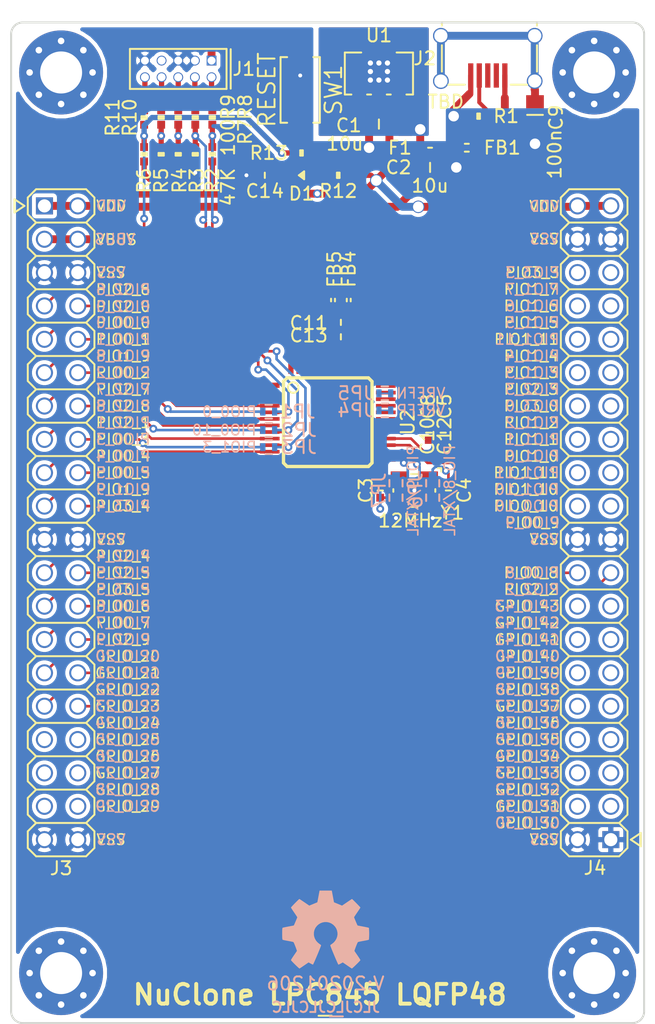
<source format=kicad_pcb>
(kicad_pcb (version 20171130) (host pcbnew 5.1.8-db9833491~88~ubuntu20.10.1)
  (layers (0 F.Cu signal) (31 B.Cu signal) (34 B.Paste user) (35 F.Paste user) (36 B.SilkS user) (37 F.SilkS user) (38 B.Mask user) (39 F.Mask user) (44 Edge.Cuts user))
  (net 0 "")
  (net 1 /VBUS)
  (net 2 "Net-(F1-Pad2)")
  (net 3 "Net-(FB1-Pad2)")
  (net 4 /VDD)
  (net 5 "Net-(J1-Pad10)")
  (net 6 "Net-(J1-Pad6)")
  (net 7 "Net-(J1-Pad4)")
  (net 8 "Net-(J1-Pad2)")
  (net 9 "Net-(C9-Pad2)")
  (net 10 "Net-(J2-Pad4)")
  (net 11 /VSS)
  (net 12 "Net-(J1-Pad8)")
  (net 13 "Net-(J1-Pad7)")
  (net 14 "Net-(J2-Pad2)")
  (net 15 "Net-(J2-Pad3)")
  (net 16 /GPIO_28)
  (net 17 /GPIO_27)
  (net 18 /GPIO_29)
  (net 19 /GPIO_24)
  (net 20 /GPIO_25)
  (net 21 /GPIO_26)
  (net 22 /GPIO_32)
  (net 23 /GPIO_31)
  (net 24 /GPIO_30)
  (net 25 /GPIO_39)
  (net 26 /GPIO_38)
  (net 27 /GPIO_37)
  (net 28 /GPIO_36)
  (net 29 /GPIO_35)
  (net 30 /GPIO_34)
  (net 31 /GPIO_33)
  (net 32 /TMS)
  (net 33 /TCK)
  (net 34 /TDO)
  (net 35 /TDI)
  (net 36 /RESET)
  (net 37 /PIO0_6)
  (net 38 /PIO0_7)
  (net 39 /PIO1_9)
  (net 40 /PIO0_5)
  (net 41 /PIO0_4)
  (net 42 /PIO0_3)
  (net 43 /PIO0_2)
  (net 44 /PIO1_8)
  (net 45 /PIO0_1)
  (net 46 /PIO0_0)
  (net 47 /PIO0_10)
  (net 48 /PIO0_9)
  (net 49 /PIO0_8)
  (net 50 /PIO1_7)
  (net 51 /PIO1_6)
  (net 52 /PIO1_5)
  (net 53 /PIO1_4)
  (net 54 /PIO1_3)
  (net 55 /PIO1_2)
  (net 56 /PIO1_1)
  (net 57 /PIO1_0)
  (net 58 /PIO0_11)
  (net 59 /VREFN)
  (net 60 /VREFP)
  (net 61 /VSSA)
  (net 62 /VDDA)
  (net 63 "Net-(D1-Pad2)")
  (net 64 /GPIO_41)
  (net 65 /GPIO_40)
  (net 66 /GPIO_43)
  (net 67 /GPIO_42)
  (net 68 "Net-(R13-Pad2)")
  (net 69 /XTALOUT)
  (net 70 /XTALIN)
  (net 71 /PIO0_27)
  (net 72 /PIO0_15)
  (net 73 /PIO0_24)
  (net 74 /PIO0_26)
  (net 75 /PIO0_25)
  (net 76 /PIO0_16)
  (net 77 /PIO0_31)
  (net 78 /PIO0_28)
  (net 79 /PIO0_12)
  (net 80 /PIO0_13)
  (net 81 /PIO0_17)
  (net 82 /PIO0_18)
  (net 83 /PIO0_19)
  (net 84 /PIO0_20)
  (net 85 /PIO0_21)
  (net 86 /PIO0_22)
  (net 87 /PIO0_30)
  (net 88 /PIO0_23)
  (net 89 /PIO0_29)
  (net 90 /PIO0_14)
  (net 91 /PIO0_8_I)
  (net 92 /PIO0_9_I)
  (module SquantorRcl:C_0402 (layer F.Cu) (at 86.1 84.9 180)
    (fp_text reference C13 (at 2.45 0.1) (layer F.SilkS))
    (fp_text value 100n)
    (pad 2 smd rect (at 0.55 0 180) (size 0.6 0.6) (layers F.Cu F.Paste F.Mask) (net 61 /VSSA))
    (pad 1 smd rect (at -0.55 0 180) (size 0.6 0.6) (layers F.Cu F.Paste F.Mask) (net 62 /VDDA))
  )
  (module SquantorRcl:C_0402 (layer F.Cu) (at 93.9 92.2 90)
    (fp_text reference C5 (at 2 0.1 90) (layer F.SilkS))
    (fp_text value 1u)
    (pad 2 smd rect (at 0.55 0 90) (size 0.6 0.6) (layers F.Cu F.Paste F.Mask) (net 11 /VSS))
    (pad 1 smd rect (at -0.55 0 90) (size 0.6 0.6) (layers F.Cu F.Paste F.Mask) (net 4 /VDD))
  )
  (module SquantorRcl:L_0402 (layer F.Cu) (at 85.5 82.1 90)
    (fp_text reference FB5 (at 2.35 0.1 90) (layer F.SilkS))
    (fp_text value 600)
    (pad 2 smd rect (at 0.55 0 90) (size 0.6 0.6) (layers F.Cu F.Paste F.Mask) (net 11 /VSS))
    (pad 1 smd rect (at -0.55 0 90) (size 0.6 0.6) (layers F.Cu F.Paste F.Mask) (net 61 /VSSA))
  )
  (module SquantorRcl:C_0402 (layer F.Cu) (at 92.8 92.2 90)
    (fp_text reference C8 (at 2 -0.05 90) (layer F.SilkS))
    (fp_text value 100n)
    (pad 2 smd rect (at 0.55 0 90) (size 0.6 0.6) (layers F.Cu F.Paste F.Mask) (net 11 /VSS))
    (pad 1 smd rect (at -0.55 0 90) (size 0.6 0.6) (layers F.Cu F.Paste F.Mask) (net 4 /VDD))
  )
  (module SquantorRcl:L_0402 (layer F.Cu) (at 86.7 82.1 90)
    (fp_text reference FB4 (at 2.35 0 90) (layer F.SilkS))
    (fp_text value 600)
    (pad 2 smd rect (at 0.55 0 90) (size 0.6 0.6) (layers F.Cu F.Paste F.Mask) (net 4 /VDD))
    (pad 1 smd rect (at -0.55 0 90) (size 0.6 0.6) (layers F.Cu F.Paste F.Mask) (net 62 /VDDA))
  )
  (module SquantorSpecial:solder_jumper_2way_noconn (layer B.Cu) (at 80.6 93.3)
    (fp_text reference JP3 (at 2.3 0) (layer B.SilkS) (effects (justify mirror)))
    (fp_text value PIO1_3 (at -3 0) (layer B.SilkS) (effects (font (size 0.8 0.8) (thickness 0.12)) (justify mirror)))
    (pad 2 smd rect (at 0.45 0) (size 0.4 0.6) (layers B.Cu B.Mask) (net 32 /TMS))
    (pad 1 smd rect (at -0.45 0) (size 0.4 0.6) (layers B.Cu B.Mask) (net 43 /PIO0_2))
  )
  (module SquantorRcl:C_0402 (layer F.Cu) (at 86.1 83.8 180)
    (fp_text reference C11 (at 2.45 -0.05) (layer F.SilkS))
    (fp_text value 1u)
    (pad 2 smd rect (at 0.55 0 180) (size 0.6 0.6) (layers F.Cu F.Paste F.Mask) (net 61 /VSSA))
    (pad 1 smd rect (at -0.55 0 180) (size 0.6 0.6) (layers F.Cu F.Paste F.Mask) (net 62 /VDDA))
  )
  (module SquantorSpecial:solder_jumper_3way_12conn (layer B.Cu) (at 93.1 96.6 270)
    (fp_text reference JP6 (at 0 1.3 90) (layer B.SilkS) (effects (justify mirror)))
    (fp_text value PIO_8/XTAL (at 0 -1.3 90) (layer B.SilkS) (effects (font (size 0.8 0.8) (thickness 0.12)) (justify mirror)))
    (fp_poly (pts (xy -0.8 0.05) (xy -0.3 0.05) (xy -0.3 -0.05) (xy -0.8 -0.05)) (layer B.Cu) (width 0.01))
    (pad 3 smd rect (at 1.1 0 270) (size 0.6 0.6) (layers B.Cu B.Mask) (net 49 /PIO0_8))
    (pad 2 smd rect (at 0 0 270) (size 0.6 0.6) (layers B.Cu B.Mask) (net 91 /PIO0_8_I))
    (pad 1 smd rect (at -1.1 0 270) (size 0.6 0.6) (layers B.Cu B.Mask) (net 70 /XTALIN))
  )
  (module SquantorSpecial:solder_jumper_3way_12conn (layer B.Cu) (at 90.3 96.6 270)
    (fp_text reference JP7 (at 0 1.3 90) (layer B.SilkS) (effects (justify mirror)))
    (fp_text value PIO_9/XTAL (at 0 -1.3 90) (layer B.SilkS) (effects (font (size 0.8 0.8) (thickness 0.12)) (justify mirror)))
    (fp_poly (pts (xy -0.8 0.05) (xy -0.3 0.05) (xy -0.3 -0.05) (xy -0.8 -0.05)) (layer B.Cu) (width 0.01))
    (pad 3 smd rect (at 1.1 0 270) (size 0.6 0.6) (layers B.Cu B.Mask) (net 48 /PIO0_9))
    (pad 2 smd rect (at 0 0 270) (size 0.6 0.6) (layers B.Cu B.Mask) (net 92 /PIO0_9_I))
    (pad 1 smd rect (at -1.1 0 270) (size 0.6 0.6) (layers B.Cu B.Mask) (net 69 /XTALOUT))
  )
  (module SquantorIC:SOT313-2-NXP (layer F.Cu) (at 85.1 91.4 270)
    (fp_text reference U2 (at 0 -6.1 90) (layer F.SilkS))
    (fp_text value LPC845M301JBD48)
    (pad 48 smd rect (at -4.425 2.81 270) (size 1.5 0.4) (layers F.Cu F.Paste F.Mask) (net 81 /PIO0_17))
    (pad 47 smd rect (at -4.425 2.25 270) (size 1.5 0.28) (layers F.Cu F.Paste F.Mask) (net 82 /PIO0_18))
    (pad 46 smd rect (at -4.425 1.75 270) (size 1.5 0.28) (layers F.Cu F.Paste F.Mask) (net 83 /PIO0_19))
    (pad 45 smd rect (at -4.425 1.25 270) (size 1.5 0.28) (layers F.Cu F.Paste F.Mask) (net 84 /PIO0_20))
    (pad 44 smd rect (at -4.425 0.75 270) (size 1.5 0.28) (layers F.Cu F.Paste F.Mask) (net 85 /PIO0_21))
    (pad 43 smd rect (at -4.425 0.25 270) (size 1.5 0.28) (layers F.Cu F.Paste F.Mask) (net 86 /PIO0_22))
    (pad 42 smd rect (at -4.425 -0.25 270) (size 1.5 0.28) (layers F.Cu F.Paste F.Mask) (net 87 /PIO0_30))
    (pad 41 smd rect (at -4.425 -0.75 270) (size 1.5 0.28) (layers F.Cu F.Paste F.Mask) (net 61 /VSSA))
    (pad 40 smd rect (at -4.425 -1.25 270) (size 1.5 0.28) (layers F.Cu F.Paste F.Mask) (net 62 /VDDA))
    (pad 39 smd rect (at -4.425 -1.75 270) (size 1.5 0.28) (layers F.Cu F.Paste F.Mask) (net 88 /PIO0_23))
    (pad 38 smd rect (at -4.425 -2.25 270) (size 1.5 0.28) (layers F.Cu F.Paste F.Mask) (net 89 /PIO0_29))
    (pad 37 smd rect (at -4.425 -2.81 270) (size 1.5 0.4) (layers F.Cu F.Paste F.Mask) (net 90 /PIO0_14))
    (pad 36 smd rect (at -2.81 -4.425 270) (size 0.4 1.5) (layers F.Cu F.Paste F.Mask) (net 46 /PIO0_0))
    (pad 35 smd rect (at -2.25 -4.425 270) (size 0.28 1.5) (layers F.Cu F.Paste F.Mask) (net 50 /PIO1_7))
    (pad 34 smd rect (at -1.75 -4.425 270) (size 0.28 1.5) (layers F.Cu F.Paste F.Mask) (net 37 /PIO0_6))
    (pad 33 smd rect (at -1.25 -4.425 270) (size 0.28 1.5) (layers F.Cu F.Paste F.Mask) (net 38 /PIO0_7))
    (pad 32 smd rect (at -0.75 -4.425 270) (size 0.28 1.5) (layers F.Cu F.Paste F.Mask) (net 60 /VREFP))
    (pad 31 smd rect (at -0.25 -4.425 270) (size 0.28 1.5) (layers F.Cu F.Paste F.Mask) (net 59 /VREFN))
    (pad 30 smd rect (at 0.25 -4.425 270) (size 0.28 1.5) (layers F.Cu F.Paste F.Mask) (net 11 /VSS))
    (pad 29 smd rect (at 0.75 -4.425 270) (size 0.28 1.5) (layers F.Cu F.Paste F.Mask) (net 4 /VDD))
    (pad 28 smd rect (at 1.25 -4.425 270) (size 0.28 1.5) (layers F.Cu F.Paste F.Mask) (net 51 /PIO1_6))
    (pad 27 smd rect (at 1.75 -4.425 270) (size 0.28 1.5) (layers F.Cu F.Paste F.Mask) (net 52 /PIO1_5))
    (pad 26 smd rect (at 2.25 -4.425 270) (size 0.28 1.5) (layers F.Cu F.Paste F.Mask) (net 91 /PIO0_8_I))
    (pad 25 smd rect (at 2.81 -4.425 270) (size 0.4 1.5) (layers F.Cu F.Paste F.Mask) (net 92 /PIO0_9_I))
    (pad 24 smd rect (at 4.425 -2.81 270) (size 1.5 0.4) (layers F.Cu F.Paste F.Mask) (net 45 /PIO0_1))
    (pad 23 smd rect (at 4.425 -2.25 270) (size 1.5 0.28) (layers F.Cu F.Paste F.Mask) (net 53 /PIO1_4))
    (pad 22 smd rect (at 4.425 -1.75 270) (size 1.5 0.28) (layers F.Cu F.Paste F.Mask) (net 72 /PIO0_15))
    (pad 21 smd rect (at 4.425 -1.25 270) (size 1.5 0.28) (layers F.Cu F.Paste F.Mask) (net 54 /PIO1_3))
    (pad 20 smd rect (at 4.425 -0.75 270) (size 1.5 0.28) (layers F.Cu F.Paste F.Mask) (net 73 /PIO0_24))
    (pad 19 smd rect (at 4.425 -0.25 270) (size 1.5 0.28) (layers F.Cu F.Paste F.Mask) (net 75 /PIO0_25))
    (pad 18 smd rect (at 4.425 0.25 270) (size 1.5 0.28) (layers F.Cu F.Paste F.Mask) (net 74 /PIO0_26))
    (pad 17 smd rect (at 4.425 0.75 270) (size 1.5 0.28) (layers F.Cu F.Paste F.Mask) (net 71 /PIO0_27))
    (pad 16 smd rect (at 4.425 1.25 270) (size 1.5 0.28) (layers F.Cu F.Paste F.Mask) (net 55 /PIO1_2))
    (pad 15 smd rect (at 4.425 1.75 270) (size 1.5 0.28) (layers F.Cu F.Paste F.Mask) (net 76 /PIO0_16))
    (pad 14 smd rect (at 4.425 2.25 270) (size 1.5 0.28) (layers F.Cu F.Paste F.Mask) (net 56 /PIO1_1))
    (pad 13 smd rect (at 4.425 2.81 270) (size 1.5 0.4) (layers F.Cu F.Paste F.Mask) (net 47 /PIO0_10))
    (pad 12 smd rect (at 2.81 4.425 270) (size 0.4 1.5) (layers F.Cu F.Paste F.Mask) (net 58 /PIO0_11))
    (pad 11 smd rect (at 2.25 4.425 270) (size 0.28 1.5) (layers F.Cu F.Paste F.Mask) (net 57 /PIO1_0))
    (pad 10 smd rect (at 1.75 4.425 270) (size 0.28 1.5) (layers F.Cu F.Paste F.Mask) (net 32 /TMS))
    (pad 9 smd rect (at 1.25 4.425 270) (size 0.28 1.5) (layers F.Cu F.Paste F.Mask) (net 77 /PIO0_31))
    (pad 8 smd rect (at 0.75 4.425 270) (size 0.28 1.5) (layers F.Cu F.Paste F.Mask) (net 33 /TCK))
    (pad 7 smd rect (at 0.25 4.425 270) (size 0.28 1.5) (layers F.Cu F.Paste F.Mask) (net 78 /PIO0_28))
    (pad 6 smd rect (at -0.25 4.425 270) (size 0.28 1.5) (layers F.Cu F.Paste F.Mask) (net 41 /PIO0_4))
    (pad 5 smd rect (at -0.75 4.425 270) (size 0.28 1.5) (layers F.Cu F.Paste F.Mask) (net 36 /RESET))
    (pad 4 smd rect (at -1.25 4.425 270) (size 0.28 1.5) (layers F.Cu F.Paste F.Mask) (net 79 /PIO0_12))
    (pad 3 smd rect (at -1.75 4.425 270) (size 0.28 1.5) (layers F.Cu F.Paste F.Mask) (net 39 /PIO1_9))
    (pad 2 smd rect (at -2.25 4.425 270) (size 0.28 1.5) (layers F.Cu F.Paste F.Mask) (net 80 /PIO0_13))
    (pad 1 smd rect (at -2.81 4.425 270) (size 0.4 1.5) (layers F.Cu F.Paste F.Mask) (net 44 /PIO1_8))
  )
  (module SquantorSpecial:solder_jumper_2way_noconn (layer B.Cu) (at 80.6 92)
    (fp_text reference JP2 (at 2.3 0) (layer B.SilkS) (effects (justify mirror)))
    (fp_text value PIO0_10 (at -3.4 0) (layer B.SilkS) (effects (font (size 0.8 0.8) (thickness 0.12)) (justify mirror)))
    (pad 2 smd rect (at 0.45 0) (size 0.4 0.6) (layers B.Cu B.Mask) (net 33 /TCK))
    (pad 1 smd rect (at -0.45 0) (size 0.4 0.6) (layers B.Cu B.Mask) (net 42 /PIO0_3))
  )
  (module SquantorRcl:C_0402 (layer F.Cu) (at 80.3 72.6)
    (fp_text reference C14 (at 0 1.2) (layer F.SilkS))
    (fp_text value 10n)
    (pad 2 smd rect (at 0.55 0) (size 0.6 0.6) (layers F.Cu F.Paste F.Mask) (net 36 /RESET))
    (pad 1 smd rect (at -0.55 0) (size 0.6 0.6) (layers F.Cu F.Paste F.Mask) (net 11 /VSS))
  )
  (module SquantorRcl:R_0402_hand (layer F.Cu) (at 83.1 70.9)
    (fp_text reference R13 (at -2.5 0) (layer F.SilkS))
    (fp_text value 100)
    (pad 2 smd rect (at 0.55 0) (size 0.6 0.6) (layers F.Cu F.Paste F.Mask) (net 68 "Net-(R13-Pad2)"))
    (pad 1 smd rect (at -0.55 0) (size 0.6 0.6) (layers F.Cu F.Paste F.Mask) (net 36 /RESET))
  )
  (module SquantorRcl:R_0402_hand (layer F.Cu) (at 85.9 72.6)
    (fp_text reference R12 (at 0 1.2) (layer F.SilkS))
    (fp_text value 10K)
    (pad 2 smd rect (at 0.55 0) (size 0.6 0.6) (layers F.Cu F.Paste F.Mask) (net 4 /VDD))
    (pad 1 smd rect (at -0.55 0) (size 0.6 0.6) (layers F.Cu F.Paste F.Mask) (net 63 "Net-(D1-Pad2)"))
  )
  (module SquantorSpecial:solder_jumper_2way_conn (layer B.Cu) (at 89.45 89.2)
    (fp_text reference JP5 (at -2.25 0) (layer B.SilkS) (effects (justify mirror)))
    (fp_text value VREFN (at 2.75 0) (layer B.SilkS) (effects (font (size 0.8 0.8) (thickness 0.12)) (justify mirror)))
    (fp_poly (pts (xy -0.25 0.05) (xy 0.25 0.05) (xy 0.25 -0.05) (xy -0.25 -0.05)) (layer B.Cu) (width 0.01))
    (pad 2 smd rect (at 0.45 0) (size 0.4 0.6) (layers B.Cu B.Mask) (net 59 /VREFN))
    (pad 1 smd rect (at -0.45 0) (size 0.4 0.6) (layers B.Cu B.Mask) (net 61 /VSSA))
  )
  (module SquantorSpecial:solder_jumper_2way_conn (layer B.Cu) (at 89.45 90.5)
    (fp_text reference JP4 (at -2.25 0) (layer B.SilkS) (effects (justify mirror)))
    (fp_text value VREFP (at 2.75 0) (layer B.SilkS) (effects (font (size 0.8 0.8) (thickness 0.12)) (justify mirror)))
    (fp_poly (pts (xy -0.25 0.05) (xy 0.25 0.05) (xy 0.25 -0.05) (xy -0.25 -0.05)) (layer B.Cu) (width 0.01))
    (pad 2 smd rect (at 0.45 0) (size 0.4 0.6) (layers B.Cu B.Mask) (net 60 /VREFP))
    (pad 1 smd rect (at -0.45 0) (size 0.4 0.6) (layers B.Cu B.Mask) (net 62 /VDDA))
  )
  (module SquantorDiodes:LED_0603_hand (layer F.Cu) (at 83.1 72.6)
    (fp_text reference D1 (at 0 1.4) (layer F.SilkS))
    (fp_text value RED)
    (pad 2 smd rect (at 0.85 0) (size 0.7 0.9) (layers F.Cu F.Paste F.Mask) (net 63 "Net-(D1-Pad2)"))
    (pad 1 smd rect (at -0.85 0) (size 0.7 0.9) (layers F.Cu F.Paste F.Mask) (net 36 /RESET))
  )
  (module SquantorRcl:C_0402 (layer F.Cu) (at 93.9 90 270)
    (fp_text reference C12 (at 2.45 -0.1 90) (layer F.SilkS))
    (fp_text value 100n)
    (pad 2 smd rect (at 0.55 0 270) (size 0.6 0.6) (layers F.Cu F.Paste F.Mask) (net 59 /VREFN))
    (pad 1 smd rect (at -0.55 0 270) (size 0.6 0.6) (layers F.Cu F.Paste F.Mask) (net 60 /VREFP))
  )
  (module SquantorRcl:C_0402 (layer F.Cu) (at 92.8 90 270)
    (fp_text reference C10 (at 2.45 0.1 90) (layer F.SilkS))
    (fp_text value 1u)
    (pad 2 smd rect (at 0.55 0 270) (size 0.6 0.6) (layers F.Cu F.Paste F.Mask) (net 59 /VREFN))
    (pad 1 smd rect (at -0.55 0 270) (size 0.6 0.6) (layers F.Cu F.Paste F.Mask) (net 60 /VREFP))
  )
  (module SquantorLabels:Label_Generic (layer F.Cu) (at 84.9 136)
    (fp_text reference N4 hide)
    (fp_text value "NuClone LPC845 LQFP48" (at -0.4 -1) (layer F.SilkS) (effects (font (size 1.5 1.5) (thickness 0.3))))
  )
  (module SquantorCrystal:Crystal_3225_4 (layer F.Cu) (at 91.7 96.6 180)
    (fp_text reference Y1 (at -2.9 -1.7) (layer F.SilkS))
    (fp_text value 12MHz (at 0.3 -2.3) (layer F.SilkS))
    (pad 1 smd rect (at -1.1 0.85 180) (size 1.4 1.2) (layers F.Cu F.Paste F.Mask) (net 70 /XTALIN))
    (pad 2 smd rect (at 1.1 0.85 180) (size 1.4 1.2) (layers F.Cu F.Paste F.Mask) (net 11 /VSS))
    (pad 3 smd rect (at 1.1 -0.85 180) (size 1.4 1.2) (layers F.Cu F.Paste F.Mask) (net 69 /XTALOUT))
    (pad 4 smd rect (at -1.1 -0.85 180) (size 1.4 1.2) (layers F.Cu F.Paste F.Mask) (net 11 /VSS))
  )
  (module SquantorSpecial:solder_jumper_2way_noconn (layer B.Cu) (at 80.6 90.6)
    (fp_text reference JP1 (at 2.2 0) (layer B.SilkS) (effects (justify mirror)))
    (fp_text value PIO0_0 (at -3 0) (layer B.SilkS) (effects (font (size 0.8 0.8) (thickness 0.12)) (justify mirror)))
    (pad 2 smd rect (at 0.45 0) (size 0.4 0.6) (layers B.Cu B.Mask) (net 36 /RESET))
    (pad 1 smd rect (at -0.45 0) (size 0.4 0.6) (layers B.Cu B.Mask) (net 40 /PIO0_5))
  )
  (module SquantorRcl:C_0402 (layer F.Cu) (at 94.3 96.6 270)
    (fp_text reference C4 (at 0 -1.2 90) (layer F.SilkS))
    (fp_text value 12p)
    (pad 2 smd rect (at 0.55 0 270) (size 0.6 0.6) (layers F.Cu F.Paste F.Mask) (net 11 /VSS))
    (pad 1 smd rect (at -0.55 0 270) (size 0.6 0.6) (layers F.Cu F.Paste F.Mask) (net 70 /XTALIN))
  )
  (module SquantorRcl:C_0402 (layer F.Cu) (at 89.1 96.6 90)
    (fp_text reference C3 (at 0 -1.1 90) (layer F.SilkS))
    (fp_text value 12p)
    (pad 2 smd rect (at 0.55 0 90) (size 0.6 0.6) (layers F.Cu F.Paste F.Mask) (net 11 /VSS))
    (pad 1 smd rect (at -0.55 0 90) (size 0.6 0.6) (layers F.Cu F.Paste F.Mask) (net 69 /XTALOUT))
  )
  (module SquantorConnectorsNamed:nuclone_medium_left (layer F.Cu) (at 64.77 99.06 270)
    (fp_text reference J3 (at 26.315 -0.005 180) (layer F.SilkS))
    (fp_text value nuclone_small_left)
    (fp_text user VSS (at 24.13 -3.81) (layer F.SilkS) (effects (font (size 0.8 0.8) (thickness 0.12))))
    (fp_text user GPIO_29 (at 21.59 -5.08) (layer F.SilkS) (effects (font (size 0.8 0.8) (thickness 0.12))))
    (fp_text user GPIO_28 (at 20.32 -5.08) (layer F.SilkS) (effects (font (size 0.8 0.8) (thickness 0.12))))
    (fp_text user GPIO_27 (at 19.05 -5.08) (layer F.SilkS) (effects (font (size 0.8 0.8) (thickness 0.12))))
    (fp_text user GPIO_26 (at 17.78 -5.08) (layer F.SilkS) (effects (font (size 0.8 0.8) (thickness 0.12))))
    (fp_text user GPIO_25 (at 16.51 -5.08) (layer F.SilkS) (effects (font (size 0.8 0.8) (thickness 0.12))))
    (fp_text user GPIO_24 (at 15.24 -5.08) (layer F.SilkS) (effects (font (size 0.8 0.8) (thickness 0.12))))
    (fp_text user GPIO_23 (at 13.97 -5.08) (layer F.SilkS) (effects (font (size 0.8 0.8) (thickness 0.12))))
    (fp_text user GPIO_22 (at 12.7 -5.08) (layer F.SilkS) (effects (font (size 0.8 0.8) (thickness 0.12))))
    (fp_text user GPIO_21 (at 11.43 -5.08) (layer F.SilkS) (effects (font (size 0.8 0.8) (thickness 0.12))))
    (fp_text user GPIO_20 (at 10.16 -5.08) (layer F.SilkS) (effects (font (size 0.8 0.8) (thickness 0.12))))
    (fp_text user PIO2_9 (at 8.89 -4.73) (layer F.SilkS) (effects (font (size 0.8 0.8) (thickness 0.12))))
    (fp_text user PIO0_7 (at 7.62 -4.73) (layer F.SilkS) (effects (font (size 0.8 0.8) (thickness 0.12))))
    (fp_text user PIO0_6 (at 6.35 -4.73) (layer F.SilkS) (effects (font (size 0.8 0.8) (thickness 0.12))))
    (fp_text user PIO3_5 (at 5.08 -4.73) (layer F.SilkS) (effects (font (size 0.8 0.8) (thickness 0.12))))
    (fp_text user PIO2_5 (at 3.81 -4.73) (layer F.SilkS) (effects (font (size 0.8 0.8) (thickness 0.12))))
    (fp_text user PIO2_4 (at 2.54 -4.73) (layer F.SilkS) (effects (font (size 0.8 0.8) (thickness 0.12))))
    (fp_text user VSS (at 1.27 -3.81 180) (layer F.SilkS) (effects (font (size 0.8 0.8) (thickness 0.12))))
    (fp_text user PIO3_4 (at -1.27 -4.73) (layer F.SilkS) (effects (font (size 0.8 0.8) (thickness 0.12))))
    (fp_text user PIO1_9 (at -2.54 -4.73) (layer F.SilkS) (effects (font (size 0.8 0.8) (thickness 0.12))))
    (fp_text user PIO0_5 (at -3.81 -4.73) (layer F.SilkS) (effects (font (size 0.8 0.8) (thickness 0.12))))
    (fp_text user PIO0_4 (at -5.08 -4.73) (layer F.SilkS) (effects (font (size 0.8 0.8) (thickness 0.12))))
    (fp_text user PIO0_3 (at -6.36 -4.73) (layer F.SilkS) (effects (font (size 0.8 0.8) (thickness 0.12))))
    (fp_text user PIO2_1 (at -7.62 -4.73) (layer F.SilkS) (effects (font (size 0.8 0.8) (thickness 0.12))))
    (fp_text user PIO2_8 (at -8.89 -4.73) (layer F.SilkS) (effects (font (size 0.8 0.8) (thickness 0.12))))
    (fp_text user PIO2_7 (at -10.16 -4.73) (layer F.SilkS) (effects (font (size 0.8 0.8) (thickness 0.12))))
    (fp_text user PIO0_2 (at -11.43 -4.73) (layer F.SilkS) (effects (font (size 0.8 0.8) (thickness 0.12))))
    (fp_text user PIO1_9 (at -12.7 -4.73) (layer F.SilkS) (effects (font (size 0.8 0.8) (thickness 0.12))))
    (fp_text user PIO0_1 (at -13.97 -4.73) (layer F.SilkS) (effects (font (size 0.8 0.8) (thickness 0.12))))
    (fp_text user PIO0_0 (at -15.24 -4.73) (layer F.SilkS) (effects (font (size 0.8 0.8) (thickness 0.12))))
    (fp_text user PIO2_0 (at -16.46 -4.73) (layer F.SilkS) (effects (font (size 0.8 0.8) (thickness 0.12))))
    (fp_text user PIO2_6 (at -17.76 -4.73) (layer F.SilkS) (effects (font (size 0.8 0.8) (thickness 0.12))))
    (fp_text user VSS (at -19.05 -3.8) (layer F.SilkS) (effects (font (size 0.8 0.8) (thickness 0.12))))
    (fp_text user VBUS (at -21.56 -4.23 180) (layer F.SilkS) (effects (font (size 0.8 0.8) (thickness 0.12))))
    (fp_text user VDD (at -24.13 -3.83 180) (layer F.SilkS) (effects (font (size 0.8 0.8) (thickness 0.12))))
    (fp_text user VSS (at 24.13 -3.81) (layer B.SilkS) (effects (font (size 0.8 0.8) (thickness 0.12)) (justify mirror)))
    (fp_text user GPIO_28 (at 20.32 -5.08) (layer B.SilkS) (effects (font (size 0.8 0.8) (thickness 0.12)) (justify mirror)))
    (fp_text user GPIO_29 (at 21.59 -5.08) (layer B.SilkS) (effects (font (size 0.8 0.8) (thickness 0.12)) (justify mirror)))
    (fp_text user VSS (at 1.27 -3.81) (layer B.SilkS) (effects (font (size 0.8 0.8) (thickness 0.12)) (justify mirror)))
    (fp_text user PIO2_5 (at 3.82 -4.73) (layer B.SilkS) (effects (font (size 0.8 0.8) (thickness 0.12)) (justify mirror)))
    (fp_text user GPIO_26 (at 17.78 -5.08) (layer B.SilkS) (effects (font (size 0.8 0.8) (thickness 0.12)) (justify mirror)))
    (fp_text user GPIO_24 (at 15.24 -5.08) (layer B.SilkS) (effects (font (size 0.8 0.8) (thickness 0.12)) (justify mirror)))
    (fp_text user GPIO_22 (at 12.7 -5.08) (layer B.SilkS) (effects (font (size 0.8 0.8) (thickness 0.12)) (justify mirror)))
    (fp_text user GPIO_20 (at 10.16 -5.08) (layer B.SilkS) (effects (font (size 0.8 0.8) (thickness 0.12)) (justify mirror)))
    (fp_text user PIO0_7 (at 7.62 -4.73) (layer B.SilkS) (effects (font (size 0.8 0.8) (thickness 0.12)) (justify mirror)))
    (fp_text user GPIO_27 (at 19.05 -5.08) (layer B.SilkS) (effects (font (size 0.8 0.8) (thickness 0.12)) (justify mirror)))
    (fp_text user GPIO_25 (at 16.51 -5.08) (layer B.SilkS) (effects (font (size 0.8 0.8) (thickness 0.12)) (justify mirror)))
    (fp_text user GPIO_23 (at 13.97 -5.08) (layer B.SilkS) (effects (font (size 0.8 0.8) (thickness 0.12)) (justify mirror)))
    (fp_text user GPIO_21 (at 11.43 -5.08) (layer B.SilkS) (effects (font (size 0.8 0.8) (thickness 0.12)) (justify mirror)))
    (fp_text user PIO2_9 (at 8.89 -4.73) (layer B.SilkS) (effects (font (size 0.8 0.8) (thickness 0.12)) (justify mirror)))
    (fp_text user PIO3_5 (at 5.08 -4.73) (layer B.SilkS) (effects (font (size 0.8 0.8) (thickness 0.12)) (justify mirror)))
    (fp_text user PIO0_6 (at 6.35 -4.73) (layer B.SilkS) (effects (font (size 0.8 0.8) (thickness 0.12)) (justify mirror)))
    (fp_text user PIO2_4 (at 2.54 -4.73) (layer B.SilkS) (effects (font (size 0.8 0.8) (thickness 0.12)) (justify mirror)))
    (fp_text user VBUS (at -21.59 -4.1) (layer B.SilkS) (effects (font (size 0.8 0.8) (thickness 0.12)) (justify mirror)))
    (fp_text user VDD (at -24.13 -3.81) (layer B.SilkS) (effects (font (size 0.8 0.8) (thickness 0.12)) (justify mirror)))
    (fp_text user PIO1_9 (at -2.54 -4.73) (layer B.SilkS) (effects (font (size 0.8 0.8) (thickness 0.12)) (justify mirror)))
    (fp_text user PIO0_4 (at -5.08 -4.73) (layer B.SilkS) (effects (font (size 0.8 0.8) (thickness 0.12)) (justify mirror)))
    (fp_text user PIO2_1 (at -7.62 -4.73) (layer B.SilkS) (effects (font (size 0.8 0.8) (thickness 0.12)) (justify mirror)))
    (fp_text user PIO2_7 (at -10.16 -4.73) (layer B.SilkS) (effects (font (size 0.8 0.8) (thickness 0.12)) (justify mirror)))
    (fp_text user PIO1_8 (at -12.7 -4.73) (layer B.SilkS) (effects (font (size 0.8 0.8) (thickness 0.12)) (justify mirror)))
    (fp_text user PIO3_4 (at -1.27 -4.73) (layer B.SilkS) (effects (font (size 0.8 0.8) (thickness 0.12)) (justify mirror)))
    (fp_text user PIO0_5 (at -3.81 -4.73) (layer B.SilkS) (effects (font (size 0.8 0.8) (thickness 0.12)) (justify mirror)))
    (fp_text user PIO0_3 (at -6.35 -4.73) (layer B.SilkS) (effects (font (size 0.8 0.8) (thickness 0.12)) (justify mirror)))
    (fp_text user PIO2_8 (at -8.89 -4.73) (layer B.SilkS) (effects (font (size 0.8 0.8) (thickness 0.12)) (justify mirror)))
    (fp_text user PIO0_2 (at -11.43 -4.73) (layer B.SilkS) (effects (font (size 0.8 0.8) (thickness 0.12)) (justify mirror)))
    (fp_text user PIO0_1 (at -13.97 -4.73) (layer B.SilkS) (effects (font (size 0.8 0.8) (thickness 0.12)) (justify mirror)))
    (fp_text user PIO0_0 (at -15.24 -4.73) (layer B.SilkS) (effects (font (size 0.8 0.8) (thickness 0.12)) (justify mirror)))
    (fp_text user PIO2_0 (at -16.46 -4.73) (layer B.SilkS) (effects (font (size 0.8 0.8) (thickness 0.12)) (justify mirror)))
    (fp_text user PIO2_6 (at -17.76 -4.73) (layer B.SilkS) (effects (font (size 0.8 0.8) (thickness 0.12)) (justify mirror)))
    (fp_text user VSS (at -19.05 -3.81) (layer B.SilkS) (effects (font (size 0.8 0.8) (thickness 0.12)) (justify mirror)))
    (pad 37 thru_hole circle (at 21.59 1.27 270) (size 1.3 1.3) (drill 1) (layers *.Cu *.Mask) (net 16 /GPIO_28))
    (pad 29 thru_hole circle (at 11.43 1.27 270) (size 1.3 1.3) (drill 1) (layers *.Cu *.Mask) (net 54 /PIO1_3))
    (pad 32 thru_hole circle (at 13.97 -1.27 270) (size 1.3 1.3) (drill 1) (layers *.Cu *.Mask) (net 45 /PIO0_1))
    (pad 40 thru_hole circle (at 24.13 -1.27 270) (size 1.3 1.3) (drill 1) (layers *.Cu *.Mask) (net 11 /VSS))
    (pad 36 thru_hole circle (at 19.05 -1.27 270) (size 1.3 1.3) (drill 1) (layers *.Cu *.Mask) (net 17 /GPIO_27))
    (pad 38 thru_hole circle (at 21.59 -1.27 270) (size 1.3 1.3) (drill 1) (layers *.Cu *.Mask) (net 18 /GPIO_29))
    (pad 25 thru_hole circle (at 6.35 1.27 270) (size 1.3 1.3) (drill 1) (layers *.Cu *.Mask) (net 71 /PIO0_27))
    (pad 30 thru_hole circle (at 11.43 -1.27 270) (size 1.3 1.3) (drill 1) (layers *.Cu *.Mask) (net 72 /PIO0_15))
    (pad 28 thru_hole circle (at 8.89 -1.27 270) (size 1.3 1.3) (drill 1) (layers *.Cu *.Mask) (net 73 /PIO0_24))
    (pad 26 thru_hole circle (at 6.35 -1.27 270) (size 1.3 1.3) (drill 1) (layers *.Cu *.Mask) (net 74 /PIO0_26))
    (pad 27 thru_hole circle (at 8.89 1.27 270) (size 1.3 1.3) (drill 1) (layers *.Cu *.Mask) (net 75 /PIO0_25))
    (pad 24 thru_hole circle (at 3.81 -1.27 270) (size 1.3 1.3) (drill 1) (layers *.Cu *.Mask) (net 55 /PIO1_2))
    (pad 39 thru_hole circle (at 24.13 1.27 270) (size 1.3 1.3) (drill 1) (layers *.Cu *.Mask) (net 11 /VSS))
    (pad 21 thru_hole circle (at 1.27 1.27 270) (size 1.3 1.3) (drill 1) (layers *.Cu *.Mask) (net 11 /VSS))
    (pad 23 thru_hole circle (at 3.81 1.27 270) (size 1.3 1.3) (drill 1) (layers *.Cu *.Mask) (net 76 /PIO0_16))
    (pad 31 thru_hole circle (at 13.97 1.27 270) (size 1.3 1.3) (drill 1) (layers *.Cu *.Mask) (net 53 /PIO1_4))
    (pad 33 thru_hole circle (at 16.51 1.27 270) (size 1.3 1.3) (drill 1) (layers *.Cu *.Mask) (net 19 /GPIO_24))
    (pad 34 thru_hole circle (at 16.51 -1.27 270) (size 1.3 1.3) (drill 1) (layers *.Cu *.Mask) (net 20 /GPIO_25))
    (pad 35 thru_hole circle (at 19.05 1.27 270) (size 1.3 1.3) (drill 1) (layers *.Cu *.Mask) (net 21 /GPIO_26))
    (pad 22 thru_hole circle (at 1.27 -1.27 270) (size 1.3 1.3) (drill 1) (layers *.Cu *.Mask) (net 11 /VSS))
    (pad 20 thru_hole circle (at -1.27 -1.27 270) (size 1.3 1.3) (drill 1) (layers *.Cu *.Mask) (net 56 /PIO1_1))
    (pad 19 thru_hole circle (at -1.27 1.27 270) (size 1.3 1.3) (drill 1) (layers *.Cu *.Mask) (net 47 /PIO0_10))
    (pad 18 thru_hole circle (at -3.81 -1.27 270) (size 1.3 1.3) (drill 1) (layers *.Cu *.Mask) (net 58 /PIO0_11))
    (pad 17 thru_hole circle (at -3.81 1.27 270) (size 1.3 1.3) (drill 1) (layers *.Cu *.Mask) (net 57 /PIO1_0))
    (pad 16 thru_hole circle (at -6.35 -1.27 270) (size 1.3 1.3) (drill 1) (layers *.Cu *.Mask) (net 43 /PIO0_2))
    (pad 15 thru_hole circle (at -6.35 1.27 270) (size 1.3 1.3) (drill 1) (layers *.Cu *.Mask) (net 77 /PIO0_31))
    (pad 14 thru_hole circle (at -8.89 -1.27 270) (size 1.3 1.3) (drill 1) (layers *.Cu *.Mask) (net 42 /PIO0_3))
    (pad 13 thru_hole circle (at -8.89 1.27 270) (size 1.3 1.3) (drill 1) (layers *.Cu *.Mask) (net 78 /PIO0_28))
    (pad 12 thru_hole circle (at -11.43 -1.27 270) (size 1.3 1.3) (drill 1) (layers *.Cu *.Mask) (net 41 /PIO0_4))
    (pad 11 thru_hole circle (at -11.43 1.27 270) (size 1.3 1.3) (drill 1) (layers *.Cu *.Mask) (net 40 /PIO0_5))
    (pad 10 thru_hole circle (at -13.97 -1.27 270) (size 1.3 1.3) (drill 1) (layers *.Cu *.Mask) (net 79 /PIO0_12))
    (pad 9 thru_hole circle (at -13.97 1.27 270) (size 1.3 1.3) (drill 1) (layers *.Cu *.Mask) (net 39 /PIO1_9))
    (pad 8 thru_hole circle (at -16.51 -1.27 270) (size 1.3 1.3) (drill 1) (layers *.Cu *.Mask) (net 80 /PIO0_13))
    (pad 7 thru_hole circle (at -16.51 1.27 270) (size 1.3 1.3) (drill 1) (layers *.Cu *.Mask) (net 44 /PIO1_8))
    (pad 6 thru_hole circle (at -19.05 -1.27 270) (size 1.3 1.3) (drill 1) (layers *.Cu *.Mask) (net 11 /VSS))
    (pad 5 thru_hole circle (at -19.05 1.27 270) (size 1.3 1.3) (drill 1) (layers *.Cu *.Mask) (net 11 /VSS))
    (pad 4 thru_hole circle (at -21.59 -1.27 270) (size 1.3 1.3) (drill 1) (layers *.Cu *.Mask) (net 1 /VBUS))
    (pad 3 thru_hole circle (at -21.59 1.27 270) (size 1.3 1.3) (drill 1) (layers *.Cu *.Mask) (net 1 /VBUS))
    (pad 2 thru_hole circle (at -24.13 -1.27 270) (size 1.3 1.3) (drill 1) (layers *.Cu *.Mask) (net 4 /VDD))
    (pad 1 thru_hole rect (at -24.13 1.27 270) (size 1.3 1.3) (drill 1) (layers *.Cu *.Mask) (net 4 /VDD))
  )
  (module SquantorConnectorsNamed:nuclone_medium_right (layer F.Cu) (at 105.41 99.06 90)
    (fp_text reference J4 (at -26.29 0.065 180) (layer F.SilkS))
    (fp_text value nuclone_small_right)
    (fp_text user VDD (at 24.1 -3.8) (layer F.SilkS) (effects (font (size 0.8 0.8) (thickness 0.12))))
    (fp_text user VSS (at 21.6 -3.8) (layer F.SilkS) (effects (font (size 0.8 0.8) (thickness 0.12))))
    (fp_text user VSS (at -1.27 -3.81 180) (layer F.SilkS) (effects (font (size 0.8 0.8) (thickness 0.12))))
    (fp_text user PIO1_5 (at 15.24 -4.81 180) (layer F.SilkS) (effects (font (size 0.8 0.8) (thickness 0.12))))
    (fp_text user PIO1_3 (at 11.43 -4.81 180) (layer F.SilkS) (effects (font (size 0.8 0.8) (thickness 0.12))))
    (fp_text user PIO1_0 (at 5.06 -4.81 180) (layer F.SilkS) (effects (font (size 0.8 0.8) (thickness 0.12))))
    (fp_text user PIO1_11 (at 13.97 -5.16 180) (layer F.SilkS) (effects (font (size 0.8 0.8) (thickness 0.12))))
    (fp_text user PIO0_9 (at 0 -4.71 180) (layer F.SilkS) (effects (font (size 0.8 0.8) (thickness 0.12))))
    (fp_text user PIO1_7 (at 17.78 -4.81 180) (layer F.SilkS) (effects (font (size 0.8 0.8) (thickness 0.12))))
    (fp_text user PIO1_10 (at 2.54 -5.21 180) (layer F.SilkS) (effects (font (size 0.8 0.8) (thickness 0.12))))
    (fp_text user PIO3_0 (at 8.89 -4.81 180) (layer F.SilkS) (effects (font (size 0.8 0.8) (thickness 0.12))))
    (fp_text user PIO1_1 (at 6.35 -4.81 180) (layer F.SilkS) (effects (font (size 0.8 0.8) (thickness 0.12))))
    (fp_text user PIO2_3 (at 10.16 -4.81 180) (layer F.SilkS) (effects (font (size 0.8 0.8) (thickness 0.12))))
    (fp_text user PIO1_4 (at 12.7 -4.81 180) (layer F.SilkS) (effects (font (size 0.8 0.8) (thickness 0.12))))
    (fp_text user PIO1_11 (at 3.81 -5.21 180) (layer F.SilkS) (effects (font (size 0.8 0.8) (thickness 0.12))))
    (fp_text user PIO0_10 (at 1.27 -5.21 180) (layer F.SilkS) (effects (font (size 0.8 0.8) (thickness 0.12))))
    (fp_text user PIO1_2 (at 7.62 -4.81 180) (layer F.SilkS) (effects (font (size 0.8 0.8) (thickness 0.12))))
    (fp_text user PIO3_3 (at 19.05 -4.71 180) (layer F.SilkS) (effects (font (size 0.8 0.8) (thickness 0.12))))
    (fp_text user PIO1_6 (at 16.51 -4.81 180) (layer F.SilkS) (effects (font (size 0.8 0.8) (thickness 0.12))))
    (fp_text user PIO0_8 (at -3.81 -4.81 180) (layer F.SilkS) (effects (font (size 0.8 0.8) (thickness 0.12))))
    (fp_text user PIO2_2 (at -5.08 -4.81 180) (layer F.SilkS) (effects (font (size 0.8 0.8) (thickness 0.12))))
    (fp_text user GPIO_43 (at -6.35 -5.11 180) (layer F.SilkS) (effects (font (size 0.8 0.8) (thickness 0.12))))
    (fp_text user GPIO_42 (at -7.62 -5.11 180) (layer F.SilkS) (effects (font (size 0.8 0.8) (thickness 0.12))))
    (fp_text user GPIO_41 (at -8.89 -5.11 180) (layer F.SilkS) (effects (font (size 0.8 0.8) (thickness 0.12))))
    (fp_text user GPIO_40 (at -10.16 -5.08 180) (layer F.SilkS) (effects (font (size 0.8 0.8) (thickness 0.12))))
    (fp_text user GPIO_39 (at -11.43 -5.08 180) (layer F.SilkS) (effects (font (size 0.8 0.8) (thickness 0.12))))
    (fp_text user GPIO_38 (at -12.7 -5.08 180) (layer F.SilkS) (effects (font (size 0.8 0.8) (thickness 0.12))))
    (fp_text user GPIO_37 (at -13.97 -5.08 180) (layer F.SilkS) (effects (font (size 0.8 0.8) (thickness 0.12))))
    (fp_text user GPIO_36 (at -15.24 -5.08 180) (layer F.SilkS) (effects (font (size 0.8 0.8) (thickness 0.12))))
    (fp_text user GPIO_35 (at -16.51 -5.08 180) (layer F.SilkS) (effects (font (size 0.8 0.8) (thickness 0.12))))
    (fp_text user GPIO_34 (at -17.78 -5.08 180) (layer F.SilkS) (effects (font (size 0.8 0.8) (thickness 0.12))))
    (fp_text user GPIO_33 (at -19.05 -5.08 180) (layer F.SilkS) (effects (font (size 0.8 0.8) (thickness 0.12))))
    (fp_text user GPIO_32 (at -20.32 -5.08 180) (layer F.SilkS) (effects (font (size 0.8 0.8) (thickness 0.12))))
    (fp_text user GPIO_31 (at -21.59 -5.08 180) (layer F.SilkS) (effects (font (size 0.8 0.8) (thickness 0.12))))
    (fp_text user GPIO_30 (at -22.86 -5.08 180) (layer F.SilkS) (effects (font (size 0.8 0.8) (thickness 0.12))))
    (fp_text user VSS (at -24.13 -3.81 180) (layer F.SilkS) (effects (font (size 0.8 0.8) (thickness 0.12))))
    (fp_text user PIO0_8 (at -3.81 -4.71 180) (layer B.SilkS) (effects (font (size 0.8 0.8) (thickness 0.12)) (justify mirror)))
    (fp_text user PIO2_2 (at -5.08 -4.71 180) (layer B.SilkS) (effects (font (size 0.8 0.8) (thickness 0.12)) (justify mirror)))
    (fp_text user VSS (at -24.13 -3.8 180) (layer B.SilkS) (effects (font (size 0.8 0.8) (thickness 0.12)) (justify mirror)))
    (fp_text user GPIO_38 (at -12.7 -5.08 180) (layer B.SilkS) (effects (font (size 0.8 0.8) (thickness 0.12)) (justify mirror)))
    (fp_text user GPIO_36 (at -15.24 -5.08 180) (layer B.SilkS) (effects (font (size 0.8 0.8) (thickness 0.12)) (justify mirror)))
    (fp_text user GPIO_34 (at -17.78 -5.08 180) (layer B.SilkS) (effects (font (size 0.8 0.8) (thickness 0.12)) (justify mirror)))
    (fp_text user GPIO_42 (at -7.62 -5.11 180) (layer B.SilkS) (effects (font (size 0.8 0.8) (thickness 0.12)) (justify mirror)))
    (fp_text user GPIO_40 (at -10.16 -5.08 180) (layer B.SilkS) (effects (font (size 0.8 0.8) (thickness 0.12)) (justify mirror)))
    (fp_text user GPIO_32 (at -20.32 -5.08 180) (layer B.SilkS) (effects (font (size 0.8 0.8) (thickness 0.12)) (justify mirror)))
    (fp_text user GPIO_30 (at -22.86 -5.08 180) (layer B.SilkS) (effects (font (size 0.8 0.8) (thickness 0.12)) (justify mirror)))
    (fp_text user GPIO_43 (at -6.35 -5.11 180) (layer B.SilkS) (effects (font (size 0.8 0.8) (thickness 0.12)) (justify mirror)))
    (fp_text user GPIO_41 (at -8.9 -5.11 180) (layer B.SilkS) (effects (font (size 0.8 0.8) (thickness 0.12)) (justify mirror)))
    (fp_text user GPIO_39 (at -11.43 -5.08 180) (layer B.SilkS) (effects (font (size 0.8 0.8) (thickness 0.12)) (justify mirror)))
    (fp_text user GPIO_37 (at -13.97 -5.08 180) (layer B.SilkS) (effects (font (size 0.8 0.8) (thickness 0.12)) (justify mirror)))
    (fp_text user GPIO_35 (at -16.51 -5.08 180) (layer B.SilkS) (effects (font (size 0.8 0.8) (thickness 0.12)) (justify mirror)))
    (fp_text user GPIO_33 (at -19.05 -5.08 180) (layer B.SilkS) (effects (font (size 0.8 0.8) (thickness 0.12)) (justify mirror)))
    (fp_text user GPIO_31 (at -21.6 -5.08 180) (layer B.SilkS) (effects (font (size 0.8 0.8) (thickness 0.12)) (justify mirror)))
    (fp_text user VSS (at -1.27 -3.81 180) (layer B.SilkS) (effects (font (size 0.8 0.8) (thickness 0.12)) (justify mirror)))
    (fp_text user PIO1_4 (at 12.7 -4.71 180) (layer B.SilkS) (effects (font (size 0.8 0.8) (thickness 0.12)) (justify mirror)))
    (fp_text user PIO2_3 (at 10.16 -4.71 180) (layer B.SilkS) (effects (font (size 0.8 0.8) (thickness 0.12)) (justify mirror)))
    (fp_text user PIO1_2 (at 7.62 -4.71 180) (layer B.SilkS) (effects (font (size 0.8 0.8) (thickness 0.12)) (justify mirror)))
    (fp_text user PIO1_7 (at 17.78 -4.71 180) (layer B.SilkS) (effects (font (size 0.8 0.8) (thickness 0.12)) (justify mirror)))
    (fp_text user PIO1_5 (at 15.24 -4.71 180) (layer B.SilkS) (effects (font (size 0.8 0.8) (thickness 0.12)) (justify mirror)))
    (fp_text user PIO1_0 (at 5.08 -4.71 180) (layer B.SilkS) (effects (font (size 0.8 0.8) (thickness 0.12)) (justify mirror)))
    (fp_text user PIO1_10 (at 2.54 -5.11 180) (layer B.SilkS) (effects (font (size 0.8 0.8) (thickness 0.12)) (justify mirror)))
    (fp_text user PIO0_9 (at 0 -4.71 180) (layer B.SilkS) (effects (font (size 0.8 0.8) (thickness 0.12)) (justify mirror)))
    (fp_text user VDD (at 24.1 -3.8 180) (layer B.SilkS) (effects (font (size 0.8 0.8) (thickness 0.12)) (justify mirror)))
    (fp_text user PIO3_3 (at 19.05 -4.71 180) (layer B.SilkS) (effects (font (size 0.8 0.8) (thickness 0.12)) (justify mirror)))
    (fp_text user PIO1_6 (at 16.51 -4.71 180) (layer B.SilkS) (effects (font (size 0.8 0.8) (thickness 0.12)) (justify mirror)))
    (fp_text user PIO1_11 (at 13.97 -5.11 180) (layer B.SilkS) (effects (font (size 0.8 0.8) (thickness 0.12)) (justify mirror)))
    (fp_text user PIO1_3 (at 11.43 -4.71 180) (layer B.SilkS) (effects (font (size 0.8 0.8) (thickness 0.12)) (justify mirror)))
    (fp_text user PIO3_0 (at 8.89 -4.71 180) (layer B.SilkS) (effects (font (size 0.8 0.8) (thickness 0.12)) (justify mirror)))
    (fp_text user PIO1_1 (at 6.35 -4.71 180) (layer B.SilkS) (effects (font (size 0.8 0.8) (thickness 0.12)) (justify mirror)))
    (fp_text user PIO1_11 (at 3.81 -5.11 180) (layer B.SilkS) (effects (font (size 0.8 0.8) (thickness 0.12)) (justify mirror)))
    (fp_text user PIO0_10 (at 1.27 -5.11 180) (layer B.SilkS) (effects (font (size 0.8 0.8) (thickness 0.12)) (justify mirror)))
    (fp_text user VSS (at 21.6 -3.8 180) (layer B.SilkS) (effects (font (size 0.8 0.8) (thickness 0.12)) (justify mirror)))
    (pad 5 thru_hole circle (at -19.05 1.27 90) (size 1.3 1.3) (drill 1) (layers *.Cu *.Mask) (net 22 /GPIO_32))
    (pad 4 thru_hole circle (at -21.59 -1.27 90) (size 1.3 1.3) (drill 1) (layers *.Cu *.Mask) (net 23 /GPIO_31))
    (pad 3 thru_hole circle (at -21.59 1.27 90) (size 1.3 1.3) (drill 1) (layers *.Cu *.Mask) (net 24 /GPIO_30))
    (pad 2 thru_hole circle (at -24.13 -1.27 90) (size 1.3 1.3) (drill 1) (layers *.Cu *.Mask) (net 11 /VSS))
    (pad 1 thru_hole rect (at -24.13 1.27 90) (size 1.3 1.3) (drill 1) (layers *.Cu *.Mask) (net 11 /VSS))
    (pad 14 thru_hole circle (at -8.89 -1.27 90) (size 1.3 1.3) (drill 1) (layers *.Cu *.Mask) (net 64 /GPIO_41))
    (pad 13 thru_hole circle (at -8.89 1.27 90) (size 1.3 1.3) (drill 1) (layers *.Cu *.Mask) (net 65 /GPIO_40))
    (pad 12 thru_hole circle (at -11.43 -1.27 90) (size 1.3 1.3) (drill 1) (layers *.Cu *.Mask) (net 25 /GPIO_39))
    (pad 11 thru_hole circle (at -11.43 1.27 90) (size 1.3 1.3) (drill 1) (layers *.Cu *.Mask) (net 26 /GPIO_38))
    (pad 10 thru_hole circle (at -13.97 -1.27 90) (size 1.3 1.3) (drill 1) (layers *.Cu *.Mask) (net 27 /GPIO_37))
    (pad 9 thru_hole circle (at -13.97 1.27 90) (size 1.3 1.3) (drill 1) (layers *.Cu *.Mask) (net 28 /GPIO_36))
    (pad 8 thru_hole circle (at -16.51 -1.27 90) (size 1.3 1.3) (drill 1) (layers *.Cu *.Mask) (net 29 /GPIO_35))
    (pad 7 thru_hole circle (at -16.51 1.27 90) (size 1.3 1.3) (drill 1) (layers *.Cu *.Mask) (net 30 /GPIO_34))
    (pad 6 thru_hole circle (at -19.05 -1.27 90) (size 1.3 1.3) (drill 1) (layers *.Cu *.Mask) (net 31 /GPIO_33))
    (pad 20 thru_hole circle (at -1.27 -1.27 90) (size 1.3 1.3) (drill 1) (layers *.Cu *.Mask) (net 11 /VSS))
    (pad 19 thru_hole circle (at -1.27 1.27 90) (size 1.3 1.3) (drill 1) (layers *.Cu *.Mask) (net 11 /VSS))
    (pad 18 thru_hole circle (at -3.81 -1.27 90) (size 1.3 1.3) (drill 1) (layers *.Cu *.Mask) (net 49 /PIO0_8))
    (pad 17 thru_hole circle (at -3.81 1.27 90) (size 1.3 1.3) (drill 1) (layers *.Cu *.Mask) (net 48 /PIO0_9))
    (pad 16 thru_hole circle (at -6.35 -1.27 90) (size 1.3 1.3) (drill 1) (layers *.Cu *.Mask) (net 66 /GPIO_43))
    (pad 15 thru_hole circle (at -6.35 1.27 90) (size 1.3 1.3) (drill 1) (layers *.Cu *.Mask) (net 67 /GPIO_42))
    (pad 40 thru_hole circle (at 24.13 -1.27 90) (size 1.3 1.3) (drill 1) (layers *.Cu *.Mask) (net 4 /VDD))
    (pad 39 thru_hole circle (at 24.13 1.27 90) (size 1.3 1.3) (drill 1) (layers *.Cu *.Mask) (net 4 /VDD))
    (pad 38 thru_hole circle (at 21.59 -1.27 90) (size 1.3 1.3) (drill 1) (layers *.Cu *.Mask) (net 11 /VSS))
    (pad 37 thru_hole circle (at 21.59 1.27 90) (size 1.3 1.3) (drill 1) (layers *.Cu *.Mask) (net 11 /VSS))
    (pad 36 thru_hole circle (at 19.05 -1.27 90) (size 1.3 1.3) (drill 1) (layers *.Cu *.Mask) (net 81 /PIO0_17))
    (pad 35 thru_hole circle (at 19.05 1.27 90) (size 1.3 1.3) (drill 1) (layers *.Cu *.Mask) (net 82 /PIO0_18))
    (pad 34 thru_hole circle (at 16.51 -1.27 90) (size 1.3 1.3) (drill 1) (layers *.Cu *.Mask) (net 83 /PIO0_19))
    (pad 33 thru_hole circle (at 16.51 1.27 90) (size 1.3 1.3) (drill 1) (layers *.Cu *.Mask) (net 84 /PIO0_20))
    (pad 32 thru_hole circle (at 13.97 -1.27 90) (size 1.3 1.3) (drill 1) (layers *.Cu *.Mask) (net 85 /PIO0_21))
    (pad 31 thru_hole circle (at 13.97 1.27 90) (size 1.3 1.3) (drill 1) (layers *.Cu *.Mask) (net 86 /PIO0_22))
    (pad 30 thru_hole circle (at 11.43 -1.27 90) (size 1.3 1.3) (drill 1) (layers *.Cu *.Mask) (net 87 /PIO0_30))
    (pad 29 thru_hole circle (at 11.43 1.27 90) (size 1.3 1.3) (drill 1) (layers *.Cu *.Mask) (net 88 /PIO0_23))
    (pad 28 thru_hole circle (at 8.89 -1.27 90) (size 1.3 1.3) (drill 1) (layers *.Cu *.Mask) (net 89 /PIO0_29))
    (pad 27 thru_hole circle (at 8.89 1.27 90) (size 1.3 1.3) (drill 1) (layers *.Cu *.Mask) (net 90 /PIO0_14))
    (pad 26 thru_hole circle (at 6.35 -1.27 90) (size 1.3 1.3) (drill 1) (layers *.Cu *.Mask) (net 46 /PIO0_0))
    (pad 25 thru_hole circle (at 6.35 1.27 90) (size 1.3 1.3) (drill 1) (layers *.Cu *.Mask) (net 50 /PIO1_7))
    (pad 24 thru_hole circle (at 3.81 -1.27 90) (size 1.3 1.3) (drill 1) (layers *.Cu *.Mask) (net 37 /PIO0_6))
    (pad 23 thru_hole circle (at 3.81 1.27 90) (size 1.3 1.3) (drill 1) (layers *.Cu *.Mask) (net 38 /PIO0_7))
    (pad 22 thru_hole circle (at 1.27 -1.27 90) (size 1.3 1.3) (drill 1) (layers *.Cu *.Mask) (net 51 /PIO1_6))
    (pad 21 thru_hole circle (at 1.27 1.27 90) (size 1.3 1.3) (drill 1) (layers *.Cu *.Mask) (net 52 /PIO1_5))
  )
  (module SquantorRcl:R_0402_hand (layer F.Cu) (at 71.1 68.2 270)
    (fp_text reference R11 (at 0 2.4 90) (layer F.SilkS))
    (fp_text value 100)
    (pad 2 smd rect (at 0.55 0 270) (size 0.6 0.6) (layers F.Cu F.Paste F.Mask) (net 36 /RESET))
    (pad 1 smd rect (at -0.55 0 270) (size 0.6 0.6) (layers F.Cu F.Paste F.Mask) (net 5 "Net-(J1-Pad10)"))
  )
  (module SquantorRcl:R_0402_hand (layer F.Cu) (at 72.4 68.2 270)
    (fp_text reference R10 (at 0 2.4 90) (layer F.SilkS))
    (fp_text value 100)
    (pad 2 smd rect (at 0.55 0 270) (size 0.6 0.6) (layers F.Cu F.Paste F.Mask) (net 35 /TDI))
    (pad 1 smd rect (at -0.55 0 270) (size 0.6 0.6) (layers F.Cu F.Paste F.Mask) (net 12 "Net-(J1-Pad8)"))
  )
  (module SquantorRcl:R_0402_hand (layer F.Cu) (at 73.7 68.2 270)
    (fp_text reference R9 (at -0.8 -3.8 90) (layer F.SilkS))
    (fp_text value 100)
    (pad 2 smd rect (at 0.55 0 270) (size 0.6 0.6) (layers F.Cu F.Paste F.Mask) (net 34 /TDO))
    (pad 1 smd rect (at -0.55 0 270) (size 0.6 0.6) (layers F.Cu F.Paste F.Mask) (net 6 "Net-(J1-Pad6)"))
  )
  (module SquantorRcl:R_0402_hand (layer F.Cu) (at 75 68.2 270)
    (fp_text reference R8 (at -0.8 -3.8 90) (layer F.SilkS))
    (fp_text value 100)
    (pad 2 smd rect (at 0.55 0 270) (size 0.6 0.6) (layers F.Cu F.Paste F.Mask) (net 33 /TCK))
    (pad 1 smd rect (at -0.55 0 270) (size 0.6 0.6) (layers F.Cu F.Paste F.Mask) (net 7 "Net-(J1-Pad4)"))
  )
  (module SquantorRcl:R_0402_hand (layer F.Cu) (at 76.3 68.2 270)
    (fp_text reference R7 (at 1.1 -2.5 90) (layer F.SilkS))
    (fp_text value 100 (at 1.5 -1.2 90) (layer F.SilkS))
    (pad 2 smd rect (at 0.55 0 270) (size 0.6 0.6) (layers F.Cu F.Paste F.Mask) (net 32 /TMS))
    (pad 1 smd rect (at -0.55 0 270) (size 0.6 0.6) (layers F.Cu F.Paste F.Mask) (net 8 "Net-(J1-Pad2)"))
  )
  (module SquantorRcl:R_0402_hand (layer F.Cu) (at 71.1 71 270)
    (fp_text reference R6 (at 2 0 90) (layer F.SilkS))
    (fp_text value 47K)
    (pad 2 smd rect (at 0.55 0 270) (size 0.6 0.6) (layers F.Cu F.Paste F.Mask) (net 4 /VDD))
    (pad 1 smd rect (at -0.55 0 270) (size 0.6 0.6) (layers F.Cu F.Paste F.Mask) (net 36 /RESET))
  )
  (module SquantorRcl:R_0402_hand (layer F.Cu) (at 72.4 71 270)
    (fp_text reference R5 (at 2 0 90) (layer F.SilkS))
    (fp_text value 47K)
    (pad 2 smd rect (at 0.55 0 270) (size 0.6 0.6) (layers F.Cu F.Paste F.Mask) (net 4 /VDD))
    (pad 1 smd rect (at -0.55 0 270) (size 0.6 0.6) (layers F.Cu F.Paste F.Mask) (net 35 /TDI))
  )
  (module SquantorRcl:R_0402_hand (layer F.Cu) (at 73.7 71 270)
    (fp_text reference R4 (at 2 -0.1 90) (layer F.SilkS))
    (fp_text value 47K)
    (pad 2 smd rect (at 0.55 0 270) (size 0.6 0.6) (layers F.Cu F.Paste F.Mask) (net 4 /VDD))
    (pad 1 smd rect (at -0.55 0 270) (size 0.6 0.6) (layers F.Cu F.Paste F.Mask) (net 34 /TDO))
  )
  (module SquantorRcl:R_0402_hand (layer F.Cu) (at 75 71 270)
    (fp_text reference R3 (at 2 -0.1 90) (layer F.SilkS))
    (fp_text value 47K)
    (pad 2 smd rect (at 0.55 0 270) (size 0.6 0.6) (layers F.Cu F.Paste F.Mask) (net 11 /VSS))
    (pad 1 smd rect (at -0.55 0 270) (size 0.6 0.6) (layers F.Cu F.Paste F.Mask) (net 33 /TCK))
  )
  (module SquantorRcl:R_0402_hand (layer F.Cu) (at 76.3 71 270)
    (fp_text reference R2 (at 2 0 90) (layer F.SilkS))
    (fp_text value 47K (at 2.5 -1.2 90) (layer F.SilkS))
    (pad 2 smd rect (at 0.55 0 270) (size 0.6 0.6) (layers F.Cu F.Paste F.Mask) (net 4 /VDD))
    (pad 1 smd rect (at -0.55 0 270) (size 0.6 0.6) (layers F.Cu F.Paste F.Mask) (net 32 /TMS))
  )
  (module SquantorRcl:R_0402_hand (layer F.Cu) (at 96.6 68.1)
    (fp_text reference R1 (at 2.1 0) (layer F.SilkS))
    (fp_text value TBD (at -2.5 -1.1) (layer F.SilkS))
    (pad 2 smd rect (at 0.55 0) (size 0.6 0.6) (layers F.Cu F.Paste F.Mask) (net 10 "Net-(J2-Pad4)"))
    (pad 1 smd rect (at -0.55 0) (size 0.6 0.6) (layers F.Cu F.Paste F.Mask) (net 11 /VSS))
  )
  (module SquantorUsb:USB-muB-SMD_TH (layer F.Cu) (at 97.3 63.7 180)
    (fp_text reference J2 (at 4.8 0) (layer F.SilkS))
    (fp_text value USB-ID)
    (pad S thru_hole circle (at 3.575 1.725 180) (size 1.2 1.2) (drill 1) (layers *.Cu *.Mask) (net 9 "Net-(C9-Pad2)"))
    (pad "" np_thru_hole circle (at 2 -0.575 180) (size 0.8 0.8) (drill 0.8) (layers *.Cu))
    (pad 1 smd rect (at -1.3 -1.3 180) (size 0.4 1.85) (layers F.Cu F.Paste F.Mask) (net 3 "Net-(FB1-Pad2)"))
    (pad 2 smd rect (at -0.65 -1.3 180) (size 0.4 1.85) (layers F.Cu F.Paste F.Mask) (net 14 "Net-(J2-Pad2)"))
    (pad 3 smd rect (at 0 -1.3 180) (size 0.4 1.85) (layers F.Cu F.Paste F.Mask) (net 15 "Net-(J2-Pad3)"))
    (pad 4 smd rect (at 0.65 -1.3 180) (size 0.4 1.85) (layers F.Cu F.Paste F.Mask) (net 10 "Net-(J2-Pad4)"))
    (pad 5 smd rect (at 1.3 -1.3 180) (size 0.4 1.85) (layers F.Cu F.Paste F.Mask) (net 11 /VSS))
    (pad "" np_thru_hole circle (at -2 -0.575 180) (size 0.8 0.8) (drill 0.8) (layers *.Cu))
    (pad S thru_hole circle (at -3.575 1.725 180) (size 1.2 1.2) (drill 1) (layers *.Cu *.Mask) (net 9 "Net-(C9-Pad2)"))
    (pad S thru_hole circle (at 3.575 -1.725 180) (size 1.2 1.2) (drill 1) (layers *.Cu *.Mask) (net 9 "Net-(C9-Pad2)"))
    (pad S thru_hole circle (at -3.575 -1.725 180) (size 1.2 1.2) (drill 1) (layers *.Cu *.Mask) (net 9 "Net-(C9-Pad2)"))
  )
  (module SquantorRcl:C_0805 (layer F.Cu) (at 100.9 68 90)
    (fp_text reference C9 (at -0.2 1.6 90) (layer F.SilkS))
    (fp_text value 100n (at -3 1.5 90) (layer F.SilkS))
    (pad 2 smd rect (at 1 0 90) (size 1 1.35) (layers F.Cu F.Paste F.Mask) (net 9 "Net-(C9-Pad2)"))
    (pad 1 smd rect (at -1 0 90) (size 1 1.35) (layers F.Cu F.Paste F.Mask) (net 11 /VSS))
  )
  (module SquantorSwitches:DTSM3 (layer F.Cu) (at 83 66.1 270)
    (fp_text reference SW1 (at 0 -2.54 90) (layer F.SilkS) (effects (font (size 1.27 1.27))))
    (fp_text value RESET (at 0 2.54 90) (layer F.SilkS) (effects (font (size 1.27 1.27))))
    (pad 2 smd rect (at 2.69748 0 270) (size 1.99898 1.59766) (layers F.Cu F.Paste F.Mask) (net 68 "Net-(R13-Pad2)"))
    (pad 1 smd rect (at -2.69748 0 270) (size 1.99898 1.59766) (layers F.Cu F.Paste F.Mask) (net 11 /VSS))
  )
  (module SquantorIC:SOT89-SOT23-Dual-NXP (layer F.Cu) (at 89 65.2)
    (fp_text reference U1 (at 0 -3.25) (layer F.SilkS))
    (fp_text value MCP1702-MB hide)
    (pad 2 thru_hole rect (at 0.65 0.15) (size 0.6 0.6) (drill 0.4) (layers *.Cu *.Mask) (net 1 /VBUS))
    (pad 2 thru_hole rect (at 0 0.15) (size 0.6 0.6) (drill 0.4) (layers *.Cu *.Mask) (net 1 /VBUS))
    (pad 2 thru_hole rect (at -0.65 0.15) (size 0.6 0.6) (drill 0.4) (layers *.Cu *.Mask) (net 1 /VBUS))
    (pad 2 thru_hole rect (at -0.65 -0.5) (size 0.6 0.6) (drill 0.4) (layers *.Cu *.Mask) (net 1 /VBUS))
    (pad 2 thru_hole rect (at 0.65 -0.5) (size 0.6 0.6) (drill 0.4) (layers *.Cu *.Mask) (net 1 /VBUS))
    (pad 2 thru_hole rect (at -0.65 -1.15 90) (size 0.6 0.6) (drill 0.4) (layers *.Cu *.Mask) (net 1 /VBUS))
    (pad 2 thru_hole rect (at 0 -1.15) (size 0.6 0.6) (drill 0.4) (layers *.Cu *.Mask) (net 1 /VBUS))
    (pad 2 thru_hole rect (at 0.65 -1.15) (size 0.6 0.6) (drill 0.4) (layers *.Cu *.Mask) (net 1 /VBUS))
    (pad 2 smd rect (at 0 -1.825) (size 1.9 0.85) (layers F.Cu F.Paste) (net 1 /VBUS))
    (pad 2 smd rect (at 0 -0.6) (size 1.2 1.2) (layers F.Cu F.Paste) (net 1 /VBUS))
    (pad 3 smd rect (at 1.5 1.75) (size 0.6 1) (layers F.Cu F.Paste) (net 4 /VDD))
    (pad 1 smd rect (at -1.5 1.75) (size 0.6 1) (layers F.Cu F.Paste) (net 11 /VSS))
    (pad 2 smd rect (at 0 1.75) (size 0.6 1) (layers F.Cu F.Paste) (net 1 /VBUS))
    (pad 2 smd rect (at 0 -0.9) (size 2 2.8) (layers F.Cu F.Mask) (net 1 /VBUS))
    (pad 3 smd rect (at 1.25 1.75) (size 1.2 1.1) (layers F.Cu F.Mask) (net 4 /VDD))
    (pad 2 smd rect (at 0 1.4) (size 0.7 1.8) (layers F.Cu F.Mask) (net 1 /VBUS))
    (pad 1 smd rect (at -1.25 1.75) (size 1.2 1.1) (layers F.Cu F.Mask) (net 11 /VSS))
  )
  (module SquantorConnectors:Header-0127-2X05-H006 (layer F.Cu) (at 73.7 64.5 180)
    (fp_text reference J1 (at -5 0) (layer F.SilkS))
    (fp_text value JTAG_2X05)
    (pad 10 thru_hole circle (at 2.54 -0.635 180) (size 0.75 0.75) (drill 0.6) (layers *.Cu *.Mask) (net 5 "Net-(J1-Pad10)"))
    (pad 9 thru_hole circle (at 2.54 0.635 180) (size 0.75 0.75) (drill 0.6) (layers *.Cu *.Mask) (net 11 /VSS))
    (pad 8 thru_hole circle (at 1.27 -0.635 180) (size 0.75 0.75) (drill 0.6) (layers *.Cu *.Mask) (net 12 "Net-(J1-Pad8)"))
    (pad 7 thru_hole circle (at 1.27 0.635 180) (size 0.75 0.75) (drill 0.6) (layers *.Cu *.Mask) (net 13 "Net-(J1-Pad7)"))
    (pad 6 thru_hole circle (at 0 -0.635 180) (size 0.75 0.75) (drill 0.6) (layers *.Cu *.Mask) (net 6 "Net-(J1-Pad6)"))
    (pad 5 thru_hole circle (at 0 0.635 180) (size 0.75 0.75) (drill 0.6) (layers *.Cu *.Mask) (net 11 /VSS))
    (pad 4 thru_hole circle (at -1.27 -0.635 180) (size 0.75 0.75) (drill 0.6) (layers *.Cu *.Mask) (net 7 "Net-(J1-Pad4)"))
    (pad 3 thru_hole circle (at -1.27 0.635 180) (size 0.75 0.75) (drill 0.6) (layers *.Cu *.Mask) (net 11 /VSS))
    (pad 2 thru_hole circle (at -2.54 -0.635 180) (size 0.75 0.75) (drill 0.6) (layers *.Cu *.Mask) (net 8 "Net-(J1-Pad2)"))
    (pad 1 thru_hole rect (at -2.54 0.635 180) (size 0.75 0.75) (drill 0.6) (layers *.Cu *.Mask) (net 4 /VDD))
  )
  (module SquantorRcl:L_0603 (layer F.Cu) (at 95.7 70.5)
    (fp_text reference FB1 (at 2.7 0) (layer F.SilkS))
    (fp_text value 100)
    (pad 2 smd rect (at 0.75 0) (size 0.8 0.9) (layers F.Cu F.Paste F.Mask) (net 3 "Net-(FB1-Pad2)"))
    (pad 1 smd rect (at -0.75 0) (size 0.8 0.9) (layers F.Cu F.Paste F.Mask) (net 2 "Net-(F1-Pad2)"))
  )
  (module SquantorRcl:F_0603_hand (layer F.Cu) (at 92.9 70.5)
    (fp_text reference F1 (at -2.3 0) (layer F.SilkS))
    (fp_text value 0.5A)
    (pad 2 smd rect (at 0.75 0) (size 0.8 0.9) (layers F.Cu F.Paste F.Mask) (net 2 "Net-(F1-Pad2)"))
    (pad 1 smd rect (at -0.75 0) (size 0.8 0.9) (layers F.Cu F.Paste F.Mask) (net 1 /VBUS))
  )
  (module SquantorRcl:C_0603 (layer F.Cu) (at 92.9 72 180)
    (fp_text reference C2 (at 2.4 0) (layer F.SilkS))
    (fp_text value 10u (at 0 -1.4) (layer F.SilkS))
    (pad 2 smd rect (at 0.75 0 180) (size 0.8 0.9) (layers F.Cu F.Paste F.Mask) (net 1 /VBUS))
    (pad 1 smd rect (at -0.75 0 180) (size 0.8 0.9) (layers F.Cu F.Paste F.Mask) (net 11 /VSS))
  )
  (module SquantorRcl:C_0603 (layer F.Cu) (at 89 68.7 180)
    (fp_text reference C1 (at 2.3 -0.1) (layer F.SilkS))
    (fp_text value 10u (at 2.6 -1.5) (layer F.SilkS))
    (pad 2 smd rect (at 0.75 0 180) (size 0.8 0.9) (layers F.Cu F.Paste F.Mask) (net 11 /VSS))
    (pad 1 smd rect (at -0.75 0 180) (size 0.8 0.9) (layers F.Cu F.Paste F.Mask) (net 4 /VDD))
  )
  (module SquantorLabels:Label_Generic (layer B.Cu) (at 85.75 136.05 180)
    (fp_text reference N3 hide)
    (fp_text value JLCJLCJLCJLC (at 0.8 0.1) (layer B.SilkS) (effects (font (size 0.8 0.8)) (justify mirror)))
  )
  (module SquantorLabels:Label_version (layer B.Cu) (at 83.45 134.05)
    (fp_text reference N2 hide)
    (fp_text value 20201206 (at 0.8 0.1) (layer B.SilkS) (effects (justify mirror)))
    (fp_text user V: (at 5.3 0.1) (layer B.SilkS) (effects (justify mirror)))
  )
  (module MountingHole:MountingHole_3.2mm_M3_Pad_Via (layer F.Cu) (at 64.77 64.77)
    (fp_text reference H1 hide)
    (fp_text value MountingHole hide)
    (pad 1 thru_hole circle (at 1.697056 -1.697056) (size 0.8 0.8) (drill 0.5) (layers *.Cu *.Mask))
    (pad 1 thru_hole circle (at 0 -2.4) (size 0.8 0.8) (drill 0.5) (layers *.Cu *.Mask))
    (pad 1 thru_hole circle (at -1.697056 -1.697056) (size 0.8 0.8) (drill 0.5) (layers *.Cu *.Mask))
    (pad 1 thru_hole circle (at -2.4 0) (size 0.8 0.8) (drill 0.5) (layers *.Cu *.Mask))
    (pad 1 thru_hole circle (at -1.697056 1.697056) (size 0.8 0.8) (drill 0.5) (layers *.Cu *.Mask))
    (pad 1 thru_hole circle (at 0 2.4) (size 0.8 0.8) (drill 0.5) (layers *.Cu *.Mask))
    (pad 1 thru_hole circle (at 1.697056 1.697056) (size 0.8 0.8) (drill 0.5) (layers *.Cu *.Mask))
    (pad 1 thru_hole circle (at 2.4 0) (size 0.8 0.8) (drill 0.5) (layers *.Cu *.Mask))
    (pad 1 thru_hole circle (at 0 0) (size 6.4 6.4) (drill 3.2) (layers *.Cu *.Mask))
  )
  (module MountingHole:MountingHole_3.2mm_M3_Pad_Via (layer F.Cu) (at 64.77 133.35)
    (fp_text reference H4 hide)
    (fp_text value MountingHole hide)
    (pad 1 thru_hole circle (at 1.697056 -1.697056) (size 0.8 0.8) (drill 0.5) (layers *.Cu *.Mask))
    (pad 1 thru_hole circle (at 0 -2.4) (size 0.8 0.8) (drill 0.5) (layers *.Cu *.Mask))
    (pad 1 thru_hole circle (at -1.697056 -1.697056) (size 0.8 0.8) (drill 0.5) (layers *.Cu *.Mask))
    (pad 1 thru_hole circle (at -2.4 0) (size 0.8 0.8) (drill 0.5) (layers *.Cu *.Mask))
    (pad 1 thru_hole circle (at -1.697056 1.697056) (size 0.8 0.8) (drill 0.5) (layers *.Cu *.Mask))
    (pad 1 thru_hole circle (at 0 2.4) (size 0.8 0.8) (drill 0.5) (layers *.Cu *.Mask))
    (pad 1 thru_hole circle (at 1.697056 1.697056) (size 0.8 0.8) (drill 0.5) (layers *.Cu *.Mask))
    (pad 1 thru_hole circle (at 2.4 0) (size 0.8 0.8) (drill 0.5) (layers *.Cu *.Mask))
    (pad 1 thru_hole circle (at 0 0) (size 6.4 6.4) (drill 3.2) (layers *.Cu *.Mask))
  )
  (module MountingHole:MountingHole_3.2mm_M3_Pad_Via (layer F.Cu) (at 105.41 133.35)
    (fp_text reference H3 hide)
    (fp_text value MountingHole hide)
    (pad 1 thru_hole circle (at 1.697056 -1.697056) (size 0.8 0.8) (drill 0.5) (layers *.Cu *.Mask))
    (pad 1 thru_hole circle (at 0 -2.4) (size 0.8 0.8) (drill 0.5) (layers *.Cu *.Mask))
    (pad 1 thru_hole circle (at -1.697056 -1.697056) (size 0.8 0.8) (drill 0.5) (layers *.Cu *.Mask))
    (pad 1 thru_hole circle (at -2.4 0) (size 0.8 0.8) (drill 0.5) (layers *.Cu *.Mask))
    (pad 1 thru_hole circle (at -1.697056 1.697056) (size 0.8 0.8) (drill 0.5) (layers *.Cu *.Mask))
    (pad 1 thru_hole circle (at 0 2.4) (size 0.8 0.8) (drill 0.5) (layers *.Cu *.Mask))
    (pad 1 thru_hole circle (at 1.697056 1.697056) (size 0.8 0.8) (drill 0.5) (layers *.Cu *.Mask))
    (pad 1 thru_hole circle (at 2.4 0) (size 0.8 0.8) (drill 0.5) (layers *.Cu *.Mask))
    (pad 1 thru_hole circle (at 0 0) (size 6.4 6.4) (drill 3.2) (layers *.Cu *.Mask))
  )
  (module MountingHole:MountingHole_3.2mm_M3_Pad_Via (layer F.Cu) (at 105.41 64.77)
    (fp_text reference H2 hide)
    (fp_text value MountingHole hide)
    (pad 1 thru_hole circle (at 1.697056 -1.697056) (size 0.8 0.8) (drill 0.5) (layers *.Cu *.Mask))
    (pad 1 thru_hole circle (at 0 -2.4) (size 0.8 0.8) (drill 0.5) (layers *.Cu *.Mask))
    (pad 1 thru_hole circle (at -1.697056 -1.697056) (size 0.8 0.8) (drill 0.5) (layers *.Cu *.Mask))
    (pad 1 thru_hole circle (at -2.4 0) (size 0.8 0.8) (drill 0.5) (layers *.Cu *.Mask))
    (pad 1 thru_hole circle (at -1.697056 1.697056) (size 0.8 0.8) (drill 0.5) (layers *.Cu *.Mask))
    (pad 1 thru_hole circle (at 0 2.4) (size 0.8 0.8) (drill 0.5) (layers *.Cu *.Mask))
    (pad 1 thru_hole circle (at 1.697056 1.697056) (size 0.8 0.8) (drill 0.5) (layers *.Cu *.Mask))
    (pad 1 thru_hole circle (at 2.4 0) (size 0.8 0.8) (drill 0.5) (layers *.Cu *.Mask))
    (pad 1 thru_hole circle (at 0 0) (size 6.4 6.4) (drill 3.2) (layers *.Cu *.Mask))
  )
  (module Symbols:OSHW-Symbol_6.7x6mm_SilkScreen (layer B.Cu) (at 84.95 130.05 180)
    (fp_text reference N1 hide)
    (fp_text value OHWLOGO hide)
  )
  (gr_line (start 108.331 60.96) (end 61.849 60.96) (layer Edge.Cuts) (width 0.15))
  (gr_arc (start 61.849 136.271) (end 60.96 136.271) (angle -90) (layer Edge.Cuts) (width 0.15))
  (gr_arc (start 108.331 136.271) (end 108.331 137.16) (angle -90) (layer Edge.Cuts) (width 0.15))
  (gr_arc (start 108.331 61.849) (end 109.22 61.849) (angle -90) (layer Edge.Cuts) (width 0.15))
  (gr_arc (start 61.849 61.849) (end 61.849 60.96) (angle -90) (layer Edge.Cuts) (width 0.15))
  (gr_line (start 109.22 136.271) (end 109.22 61.849) (layer Edge.Cuts) (width 0.15))
  (gr_line (start 61.849 137.16) (end 108.331 137.16) (layer Edge.Cuts) (width 0.15))
  (gr_line (start 60.96 61.849) (end 60.96 136.271) (layer Edge.Cuts) (width 0.15))
  (segment (start 92.15 72) (end 92.15 70.5) (width 0.6) (layer F.Cu) (net 1))
  (via (at 92.15 69.1) (size 0.95) (drill 0.8) (layers F.Cu B.Cu) (net 1))
  (segment (start 92.15 70.5) (end 92.15 69.1) (width 0.6) (layer F.Cu) (net 1))
  (segment (start 63.5 77.47) (end 66.04 77.47) (width 0.6) (layer F.Cu) (net 1))
  (segment (start 92.15 73.25) (end 92.15 72) (width 0.6) (layer F.Cu) (net 1))
  (segment (start 70.4 75) (end 90.4 75) (width 0.6) (layer F.Cu) (net 1))
  (segment (start 90.4 75) (end 92.15 73.25) (width 0.6) (layer F.Cu) (net 1))
  (segment (start 66.04 77.47) (end 67.93 77.47) (width 0.6) (layer F.Cu) (net 1))
  (segment (start 67.93 77.47) (end 70.4 75) (width 0.6) (layer F.Cu) (net 1))
  (segment (start 94.95 70.5) (end 93.65 70.5) (width 0.6) (layer F.Cu) (net 2))
  (segment (start 98.6 65) (end 98.6 66.7) (width 0.4) (layer F.Cu) (net 3))
  (segment (start 98.6 66.7) (end 98.6 70) (width 0.6) (layer F.Cu) (net 3))
  (segment (start 98.1 70.5) (end 96.45 70.5) (width 0.6) (layer F.Cu) (net 3))
  (segment (start 98.6 70) (end 98.1 70.5) (width 0.6) (layer F.Cu) (net 3))
  (segment (start 89.75 68.7) (end 89.75 68.05) (width 0.6) (layer F.Cu) (net 4))
  (segment (start 90.5 67.3) (end 90.5 66.95) (width 0.6) (layer F.Cu) (net 4))
  (segment (start 89.75 68.05) (end 90.5 67.3) (width 0.6) (layer F.Cu) (net 4))
  (segment (start 63.5 74.93) (end 66.04 74.93) (width 0.6) (layer F.Cu) (net 4))
  (segment (start 106.68 74.93) (end 104.14 74.93) (width 0.6) (layer F.Cu) (net 4))
  (segment (start 104.14 74.93) (end 104.07 75) (width 0.6) (layer F.Cu) (net 4))
  (segment (start 104.07 75) (end 92 75) (width 0.6) (layer F.Cu) (net 4))
  (via (at 92 75) (size 0.95) (drill 0.8) (layers F.Cu B.Cu) (net 4))
  (segment (start 88.8 73) (end 89.8 72) (width 0.6) (layer F.Cu) (net 4))
  (segment (start 89.8 68.75) (end 89.75 68.7) (width 0.6) (layer F.Cu) (net 4))
  (segment (start 90.8 75) (end 92 75) (width 0.6) (layer B.Cu) (net 4))
  (via (at 88.8 73) (size 0.95) (drill 0.8) (layers F.Cu B.Cu) (net 4))
  (segment (start 89.8 72) (end 89.8 68.75) (width 0.6) (layer F.Cu) (net 4))
  (segment (start 88.8 73) (end 90.8 75) (width 0.6) (layer B.Cu) (net 4))
  (segment (start 68.07 74.93) (end 66.04 74.93) (width 0.6) (layer F.Cu) (net 4))
  (segment (start 69 74) (end 68.07 74.93) (width 0.6) (layer F.Cu) (net 4))
  (segment (start 88.8 73) (end 87.8 74) (width 0.6) (layer F.Cu) (net 4))
  (segment (start 73.15 73.95) (end 73.2 74) (width 0.3) (layer F.Cu) (net 4))
  (segment (start 74.65 73.95) (end 74.7 74) (width 0.3) (layer F.Cu) (net 4))
  (segment (start 76.24 63.865) (end 76.24 62.54) (width 0.6) (layer F.Cu) (net 4))
  (segment (start 76.24 62.54) (end 75.7 62) (width 0.6) (layer F.Cu) (net 4))
  (segment (start 75.7 62) (end 70.3 62) (width 0.6) (layer F.Cu) (net 4))
  (segment (start 70.3 62) (end 69.6 62.7) (width 0.6) (layer F.Cu) (net 4))
  (segment (start 69.6 73.9) (end 69.5 74) (width 0.6) (layer F.Cu) (net 4))
  (segment (start 69.6 62.7) (end 69.6 73.9) (width 0.6) (layer F.Cu) (net 4))
  (segment (start 73.2 74) (end 69.5 74) (width 0.6) (layer F.Cu) (net 4))
  (segment (start 69.5 74) (end 69 74) (width 0.6) (layer F.Cu) (net 4))
  (segment (start 76.3 71.55) (end 76.3 74) (width 0.4) (layer F.Cu) (net 4))
  (segment (start 76.3 74) (end 74.7 74) (width 0.6) (layer F.Cu) (net 4))
  (segment (start 73.7 73.9) (end 73.8 74) (width 0.4) (layer F.Cu) (net 4))
  (segment (start 73.8 74) (end 73.2 74) (width 0.6) (layer F.Cu) (net 4))
  (segment (start 74.7 74) (end 73.8 74) (width 0.6) (layer F.Cu) (net 4))
  (segment (start 72.4 71.55) (end 72.4 72.9) (width 0.4) (layer F.Cu) (net 4))
  (segment (start 73.6 72.9) (end 73.7 73) (width 0.4) (layer F.Cu) (net 4))
  (segment (start 72.4 72.9) (end 73.6 72.9) (width 0.4) (layer F.Cu) (net 4))
  (segment (start 73.7 73) (end 73.7 73.9) (width 0.4) (layer F.Cu) (net 4))
  (segment (start 73.7 71.55) (end 73.7 73) (width 0.4) (layer F.Cu) (net 4))
  (segment (start 71.1 71.55) (end 71.1 72.5) (width 0.4) (layer F.Cu) (net 4))
  (segment (start 71.5 72.9) (end 72.4 72.9) (width 0.4) (layer F.Cu) (net 4))
  (segment (start 71.1 72.5) (end 71.5 72.9) (width 0.4) (layer F.Cu) (net 4))
  (segment (start 83.1 74) (end 76.3 74) (width 0.6) (layer F.Cu) (net 4))
  (segment (start 88.4 72.6) (end 88.8 73) (width 0.4) (layer F.Cu) (net 4))
  (segment (start 86.45 72.6) (end 88.4 72.6) (width 0.4) (layer F.Cu) (net 4))
  (via (at 84.3 74) (size 0.65) (drill 0.4) (layers F.Cu B.Cu) (net 4))
  (segment (start 84.3 74) (end 83.1 74) (width 0.6) (layer F.Cu) (net 4))
  (segment (start 87.8 74) (end 84.3 74) (width 0.6) (layer F.Cu) (net 4))
  (segment (start 71.1 66.1) (end 71.1 67.65) (width 0.4) (layer F.Cu) (net 5))
  (segment (start 71.16 66.04) (end 71.1 66.1) (width 0.4) (layer F.Cu) (net 5))
  (segment (start 71.16 65.135) (end 71.16 66.04) (width 0.4) (layer F.Cu) (net 5))
  (segment (start 73.7 65.135) (end 73.7 67.65) (width 0.4) (layer F.Cu) (net 6))
  (segment (start 75 66) (end 75 67.65) (width 0.4) (layer F.Cu) (net 7))
  (segment (start 74.97 65.97) (end 75 66) (width 0.4) (layer F.Cu) (net 7))
  (segment (start 74.97 65.135) (end 74.97 65.97) (width 0.4) (layer F.Cu) (net 7))
  (segment (start 76.3 66) (end 76.3 67.65) (width 0.4) (layer F.Cu) (net 8))
  (segment (start 76.24 65.94) (end 76.3 66) (width 0.4) (layer F.Cu) (net 8))
  (segment (start 76.24 65.135) (end 76.24 65.94) (width 0.4) (layer F.Cu) (net 8))
  (segment (start 93.725 65.425) (end 93.725 61.975) (width 0.6) (layer B.Cu) (net 9))
  (segment (start 93.725 61.975) (end 100.875 61.975) (width 0.6) (layer B.Cu) (net 9))
  (segment (start 100.875 61.975) (end 100.875 65.425) (width 0.6) (layer B.Cu) (net 9))
  (segment (start 100.875 65.425) (end 100.875 66.075) (width 0.6) (layer F.Cu) (net 9))
  (segment (start 100.9 66.1) (end 100.9 67) (width 0.6) (layer F.Cu) (net 9))
  (segment (start 100.875 66.075) (end 100.9 66.1) (width 0.6) (layer F.Cu) (net 9))
  (segment (start 96.65 65) (end 96.65 67.05) (width 0.3) (layer F.Cu) (net 10))
  (segment (start 97.15 67.55) (end 97.15 68.1) (width 0.3) (layer F.Cu) (net 10))
  (segment (start 96.65 67.05) (end 97.15 67.55) (width 0.3) (layer F.Cu) (net 10))
  (via (at 94.9 72) (size 0.95) (drill 0.8) (layers F.Cu B.Cu) (net 11))
  (segment (start 93.65 72) (end 94.9 72) (width 0.6) (layer F.Cu) (net 11))
  (segment (start 87.5 67.3) (end 87.5 66.95) (width 0.6) (layer F.Cu) (net 11))
  (segment (start 88.25 68.7) (end 88.25 68.05) (width 0.6) (layer F.Cu) (net 11))
  (segment (start 88.25 68.05) (end 87.5 67.3) (width 0.6) (layer F.Cu) (net 11))
  (segment (start 88.25 70.5) (end 88.25 68.7) (width 0.6) (layer F.Cu) (net 11))
  (via (at 88.25 70.5) (size 0.95) (drill 0.8) (layers F.Cu B.Cu) (net 11))
  (segment (start 83 65) (end 83 63.40252) (width 0.3) (layer F.Cu) (net 11))
  (via (at 83 65) (size 0.6) (drill 0.3) (layers F.Cu B.Cu) (net 11))
  (via (at 100.9 70.2) (size 0.95) (drill 0.8) (layers F.Cu B.Cu) (net 11))
  (segment (start 100.9 69) (end 100.9 70.2) (width 0.6) (layer F.Cu) (net 11))
  (via (at 94.7 68.1) (size 0.95) (drill 0.8) (layers F.Cu B.Cu) (net 11))
  (segment (start 96.05 68.1) (end 94.7 68.1) (width 0.3) (layer F.Cu) (net 11))
  (via (at 75 72.4) (size 0.6) (drill 0.3) (layers F.Cu B.Cu) (net 11))
  (segment (start 75 71.55) (end 75 72.4) (width 0.4) (layer F.Cu) (net 11))
  (segment (start 94.7 67.6) (end 94.7 68.1) (width 0.6) (layer F.Cu) (net 11))
  (segment (start 95.9 66.4) (end 94.7 67.6) (width 0.6) (layer F.Cu) (net 11))
  (segment (start 96 66.3) (end 95.9 66.4) (width 0.4) (layer F.Cu) (net 11))
  (segment (start 96 65) (end 96 66.3) (width 0.4) (layer F.Cu) (net 11))
  (segment (start 93.1 97.15) (end 92.8 97.45) (width 0.2) (layer F.Cu) (net 11))
  (segment (start 94.3 97.15) (end 93.1 97.15) (width 0.2) (layer F.Cu) (net 11))
  (segment (start 90.3 96.05) (end 90.6 95.75) (width 0.2) (layer F.Cu) (net 11))
  (segment (start 89.1 96.05) (end 90.3 96.05) (width 0.2) (layer F.Cu) (net 11))
  (via (at 91.7 96.6) (size 0.6) (drill 0.3) (layers F.Cu B.Cu) (net 11))
  (segment (start 90.85 95.75) (end 91.7 96.6) (width 0.4) (layer F.Cu) (net 11))
  (segment (start 90.6 95.75) (end 90.85 95.75) (width 0.4) (layer F.Cu) (net 11))
  (segment (start 92.55 97.45) (end 91.7 96.6) (width 0.4) (layer F.Cu) (net 11))
  (segment (start 92.8 97.45) (end 92.55 97.45) (width 0.4) (layer F.Cu) (net 11))
  (via (at 78.9 72.6) (size 0.6) (drill 0.3) (layers F.Cu B.Cu) (net 11))
  (segment (start 79.75 72.6) (end 78.9 72.6) (width 0.4) (layer F.Cu) (net 11))
  (segment (start 72.4 66.06) (end 72.4 67.65) (width 0.4) (layer F.Cu) (net 12))
  (segment (start 72.43 66.03) (end 72.4 66.06) (width 0.4) (layer F.Cu) (net 12))
  (segment (start 72.43 65.135) (end 72.43 66.03) (width 0.4) (layer F.Cu) (net 12))
  (via (at 76.3 69.6) (size 0.6) (drill 0.3) (layers F.Cu B.Cu) (net 32))
  (segment (start 76.3 68.75) (end 76.3 69.6) (width 0.4) (layer F.Cu) (net 32))
  (segment (start 76.3 70.45) (end 76.3 69.6) (width 0.4) (layer F.Cu) (net 32))
  (segment (start 82.1 93.3) (end 81.7 93.3) (width 0.2) (layer F.Cu) (net 32))
  (segment (start 81.55 93.15) (end 80.675 93.15) (width 0.2) (layer F.Cu) (net 32))
  (segment (start 81.7 93.3) (end 81.55 93.15) (width 0.2) (layer F.Cu) (net 32))
  (via (at 82.1 93.3) (size 0.6) (drill 0.3) (layers F.Cu B.Cu) (net 32))
  (segment (start 82.1 93.3) (end 81.05 93.3) (width 0.2) (layer B.Cu) (net 32))
  (segment (start 76.3 75.8) (end 76.3 69.6) (width 0.2) (layer B.Cu) (net 32))
  (segment (start 76.5 76) (end 76.3 75.8) (width 0.2) (layer B.Cu) (net 32))
  (via (at 76.5 76) (size 0.6) (drill 0.3) (layers F.Cu B.Cu) (net 32))
  (segment (start 76.3 76.2) (end 76.5 76) (width 0.2) (layer F.Cu) (net 32))
  (segment (start 76.3 81.7) (end 76.3 76.2) (width 0.2) (layer F.Cu) (net 32))
  (segment (start 80.6 86) (end 76.3 81.7) (width 0.2) (layer F.Cu) (net 32))
  (segment (start 81.2 86) (end 80.6 86) (width 0.2) (layer F.Cu) (net 32))
  (segment (start 83.4 92) (end 82.1 93.3) (width 0.2) (layer B.Cu) (net 32))
  (segment (start 83.4 88.8) (end 83.4 92) (width 0.2) (layer B.Cu) (net 32))
  (segment (start 81.2 86.6) (end 83.4 88.8) (width 0.2) (layer B.Cu) (net 32))
  (segment (start 81.2 86) (end 81.2 86.6) (width 0.2) (layer B.Cu) (net 32))
  (via (at 81.2 86) (size 0.6) (drill 0.3) (layers F.Cu B.Cu) (net 32))
  (segment (start 75 68.75) (end 75 69.6) (width 0.4) (layer F.Cu) (net 33))
  (via (at 75 69.6) (size 0.6) (drill 0.3) (layers F.Cu B.Cu) (net 33))
  (segment (start 75 70.45) (end 75 69.6) (width 0.4) (layer F.Cu) (net 33))
  (segment (start 80.675 92.15) (end 81.65 92.15) (width 0.2) (layer F.Cu) (net 33))
  (via (at 82.1 92) (size 0.6) (drill 0.3) (layers F.Cu B.Cu) (net 33))
  (segment (start 81.8 92) (end 82.1 92) (width 0.2) (layer F.Cu) (net 33))
  (segment (start 81.65 92.15) (end 81.8 92) (width 0.2) (layer F.Cu) (net 33))
  (segment (start 82.1 92) (end 81.05 92) (width 0.2) (layer B.Cu) (net 33))
  (segment (start 75.8 70.4) (end 75 69.6) (width 0.2) (layer B.Cu) (net 33))
  (segment (start 75.8 75.8) (end 75.8 70.4) (width 0.2) (layer B.Cu) (net 33))
  (segment (start 75.6 76) (end 75.8 75.8) (width 0.2) (layer B.Cu) (net 33))
  (via (at 75.6 76) (size 0.6) (drill 0.3) (layers F.Cu B.Cu) (net 33))
  (segment (start 82.8 89) (end 82.8 91.3) (width 0.2) (layer B.Cu) (net 33))
  (segment (start 80.5 86.7) (end 82.8 89) (width 0.2) (layer B.Cu) (net 33))
  (segment (start 75.8 82) (end 75.8 76.2) (width 0.2) (layer F.Cu) (net 33))
  (segment (start 75.8 76.2) (end 75.6 76) (width 0.2) (layer F.Cu) (net 33))
  (segment (start 80.5 86.7) (end 75.8 82) (width 0.2) (layer F.Cu) (net 33))
  (segment (start 82.8 91.3) (end 82.1 92) (width 0.2) (layer B.Cu) (net 33))
  (via (at 80.5 86.7) (size 0.6) (drill 0.3) (layers F.Cu B.Cu) (net 33))
  (via (at 73.7 69.6) (size 0.6) (drill 0.3) (layers F.Cu B.Cu) (net 34))
  (segment (start 73.7 68.75) (end 73.7 69.6) (width 0.4) (layer F.Cu) (net 34))
  (segment (start 73.7 70.45) (end 73.7 69.6) (width 0.4) (layer F.Cu) (net 34))
  (via (at 72.4 69.6) (size 0.6) (drill 0.3) (layers F.Cu B.Cu) (net 35))
  (segment (start 72.4 68.75) (end 72.4 69.6) (width 0.4) (layer F.Cu) (net 35))
  (segment (start 72.4 70.45) (end 72.4 69.6) (width 0.4) (layer F.Cu) (net 35))
  (via (at 71.1 69.6) (size 0.6) (drill 0.3) (layers F.Cu B.Cu) (net 36))
  (segment (start 71.1 68.75) (end 71.1 69.6) (width 0.4) (layer F.Cu) (net 36))
  (segment (start 71.1 70.45) (end 71.1 69.6) (width 0.4) (layer F.Cu) (net 36))
  (via (at 71.1 75.9) (size 0.6) (drill 0.3) (layers F.Cu B.Cu) (net 36))
  (segment (start 71.1 75.9) (end 71.1 69.6) (width 0.2) (layer B.Cu) (net 36))
  (via (at 81.6 70.9) (size 0.6) (drill 0.3) (layers F.Cu B.Cu) (net 36))
  (segment (start 81.6 70.9) (end 82.55 70.9) (width 0.4) (layer F.Cu) (net 36))
  (segment (start 79.7 69) (end 81.6 70.9) (width 0.4) (layer B.Cu) (net 36))
  (segment (start 78.9 68.2) (end 79.7 69) (width 0.4) (layer B.Cu) (net 36))
  (segment (start 71.1 68.8) (end 71.7 68.2) (width 0.4) (layer B.Cu) (net 36))
  (segment (start 71.7 68.2) (end 78.9 68.2) (width 0.4) (layer B.Cu) (net 36))
  (segment (start 71.1 69.6) (end 71.1 68.8) (width 0.4) (layer B.Cu) (net 36))
  (segment (start 82.25 72.6) (end 82.25 71.95) (width 0.4) (layer F.Cu) (net 36))
  (segment (start 82.55 71.65) (end 82.55 70.9) (width 0.4) (layer F.Cu) (net 36))
  (segment (start 82.25 71.95) (end 82.55 71.65) (width 0.4) (layer F.Cu) (net 36))
  (segment (start 82.25 72.6) (end 80.85 72.6) (width 0.4) (layer F.Cu) (net 36))
  (segment (start 80.675 90.65) (end 81.65 90.65) (width 0.2) (layer F.Cu) (net 36))
  (via (at 82.1 90.6) (size 0.6) (drill 0.3) (layers F.Cu B.Cu) (net 36))
  (segment (start 81.7 90.6) (end 82.1 90.6) (width 0.2) (layer F.Cu) (net 36))
  (segment (start 81.65 90.65) (end 81.7 90.6) (width 0.2) (layer F.Cu) (net 36))
  (segment (start 82.1 90.6) (end 81.05 90.6) (width 0.2) (layer B.Cu) (net 36))
  (segment (start 71.1 78.1) (end 71.1 77.5) (width 0.2) (layer F.Cu) (net 36))
  (segment (start 79.8 86.8) (end 71.1 78.1) (width 0.2) (layer F.Cu) (net 36))
  (segment (start 79.8 87.4) (end 79.8 86.8) (width 0.2) (layer F.Cu) (net 36))
  (segment (start 82.1 89.1) (end 82.1 90.6) (width 0.2) (layer B.Cu) (net 36))
  (segment (start 80.4 87.4) (end 82.1 89.1) (width 0.2) (layer B.Cu) (net 36))
  (segment (start 79.8 87.4) (end 80.4 87.4) (width 0.2) (layer B.Cu) (net 36))
  (segment (start 71.1 77.5) (end 71.1 75.9) (width 0.2) (layer F.Cu) (net 36))
  (via (at 79.8 87.4) (size 0.6) (drill 0.3) (layers F.Cu B.Cu) (net 36))
  (segment (start 64.79 83.8) (end 63.5 85.09) (width 0.2) (layer F.Cu) (net 39))
  (segment (start 67.9 83.8) (end 64.79 83.8) (width 0.2) (layer F.Cu) (net 39))
  (segment (start 73.75 89.65) (end 67.9 83.8) (width 0.2) (layer F.Cu) (net 39))
  (segment (start 80.675 89.65) (end 73.75 89.65) (width 0.2) (layer F.Cu) (net 39))
  (segment (start 73.1 90.6) (end 80.15 90.6) (width 0.2) (layer B.Cu) (net 40))
  (segment (start 72.9 90.4) (end 73.1 90.6) (width 0.2) (layer B.Cu) (net 40))
  (via (at 72.9 90.4) (size 0.6) (drill 0.3) (layers F.Cu B.Cu) (net 40))
  (segment (start 64.83 86.3) (end 63.5 87.63) (width 0.2) (layer F.Cu) (net 40))
  (segment (start 68.8 86.3) (end 64.83 86.3) (width 0.2) (layer F.Cu) (net 40))
  (segment (start 72.9 90.4) (end 68.8 86.3) (width 0.2) (layer F.Cu) (net 40))
  (segment (start 69.23 87.63) (end 66.04 87.63) (width 0.2) (layer F.Cu) (net 41))
  (segment (start 72.75 91.15) (end 69.23 87.63) (width 0.2) (layer F.Cu) (net 41))
  (segment (start 80.675 91.15) (end 72.75 91.15) (width 0.2) (layer F.Cu) (net 41))
  (segment (start 70.07 90.17) (end 66.04 90.17) (width 0.2) (layer F.Cu) (net 42))
  (segment (start 71.8 91.9) (end 70.07 90.17) (width 0.2) (layer F.Cu) (net 42))
  (segment (start 71.9 92) (end 80.15 92) (width 0.2) (layer B.Cu) (net 42))
  (segment (start 71.8 91.9) (end 71.9 92) (width 0.2) (layer B.Cu) (net 42))
  (via (at 71.8 91.9) (size 0.6) (drill 0.3) (layers F.Cu B.Cu) (net 42))
  (segment (start 70.71 92.71) (end 66.04 92.71) (width 0.2) (layer F.Cu) (net 43))
  (segment (start 71 93) (end 70.71 92.71) (width 0.2) (layer F.Cu) (net 43))
  (segment (start 71 93) (end 71.3 93.3) (width 0.2) (layer B.Cu) (net 43))
  (segment (start 71.3 93.3) (end 80.15 93.3) (width 0.2) (layer B.Cu) (net 43))
  (via (at 71 93) (size 0.6) (drill 0.3) (layers F.Cu B.Cu) (net 43))
  (segment (start 80.675 88.59) (end 74.09 88.59) (width 0.2) (layer F.Cu) (net 44))
  (segment (start 74.09 88.59) (end 66.8 81.3) (width 0.2) (layer F.Cu) (net 44))
  (segment (start 64.75 81.3) (end 63.5 82.55) (width 0.2) (layer F.Cu) (net 44))
  (segment (start 66.8 81.3) (end 64.75 81.3) (width 0.2) (layer F.Cu) (net 44))
  (segment (start 87.91 95.825) (end 87.91 98.89) (width 0.2) (layer F.Cu) (net 45))
  (segment (start 87.91 98.89) (end 84.1 102.7) (width 0.2) (layer F.Cu) (net 45))
  (segment (start 84.1 102.7) (end 77.4 102.7) (width 0.2) (layer F.Cu) (net 45))
  (segment (start 67.07 113.03) (end 66.04 113.03) (width 0.2) (layer F.Cu) (net 45))
  (segment (start 77.4 102.7) (end 67.07 113.03) (width 0.2) (layer F.Cu) (net 45))
  (segment (start 82.29 95.825) (end 82.29 96.81) (width 0.2) (layer F.Cu) (net 47))
  (segment (start 82.29 96.81) (end 82 97.1) (width 0.2) (layer F.Cu) (net 47))
  (segment (start 82 97.1) (end 67.3 97.1) (width 0.2) (layer F.Cu) (net 47))
  (segment (start 67.3 97.1) (end 66.7 96.5) (width 0.2) (layer F.Cu) (net 47))
  (segment (start 64.79 96.5) (end 63.5 97.79) (width 0.2) (layer F.Cu) (net 47))
  (segment (start 66.7 96.5) (end 64.79 96.5) (width 0.2) (layer F.Cu) (net 47))
  (via (at 90.3 98.7) (size 0.6) (drill 0.3) (layers F.Cu B.Cu) (net 48))
  (segment (start 90.3 97.7) (end 90.3 98.7) (width 0.2) (layer B.Cu) (net 48))
  (segment (start 105.45 104.1) (end 106.68 102.87) (width 0.2) (layer F.Cu) (net 48))
  (segment (start 103.5 104.1) (end 105.45 104.1) (width 0.2) (layer F.Cu) (net 48))
  (segment (start 102.8 103.4) (end 103.5 104.1) (width 0.2) (layer F.Cu) (net 48))
  (segment (start 95 103.4) (end 102.8 103.4) (width 0.2) (layer F.Cu) (net 48))
  (segment (start 90.3 98.7) (end 95 103.4) (width 0.2) (layer F.Cu) (net 48))
  (via (at 93.1 98.7) (size 0.6) (drill 0.3) (layers F.Cu B.Cu) (net 49))
  (segment (start 93.1 97.7) (end 93.1 98.7) (width 0.2) (layer B.Cu) (net 49))
  (segment (start 103.03 102.87) (end 104.14 102.87) (width 0.2) (layer F.Cu) (net 49))
  (segment (start 103 102.9) (end 103.03 102.87) (width 0.2) (layer F.Cu) (net 49))
  (segment (start 95.3 102.9) (end 103 102.9) (width 0.2) (layer F.Cu) (net 49))
  (segment (start 93.1 100.7) (end 95.3 102.9) (width 0.2) (layer F.Cu) (net 49))
  (segment (start 93.1 98.7) (end 93.1 100.7) (width 0.2) (layer F.Cu) (net 49))
  (segment (start 89.525 92.65) (end 91.45 92.65) (width 0.2) (layer F.Cu) (net 51))
  (segment (start 91.45 92.65) (end 92.8 94) (width 0.2) (layer F.Cu) (net 51))
  (segment (start 92.8 94) (end 94.9 94) (width 0.2) (layer F.Cu) (net 51))
  (segment (start 89.525 93.15) (end 91.35 93.15) (width 0.2) (layer F.Cu) (net 52))
  (segment (start 91.35 93.15) (end 92.7 94.5) (width 0.2) (layer F.Cu) (net 52))
  (segment (start 92.7 94.5) (end 94.9 94.5) (width 0.2) (layer F.Cu) (net 52))
  (segment (start 64.83 111.7) (end 63.5 113.03) (width 0.2) (layer F.Cu) (net 53))
  (segment (start 77.3 102.1) (end 67.7 111.7) (width 0.2) (layer F.Cu) (net 53))
  (segment (start 67.7 111.7) (end 64.83 111.7) (width 0.2) (layer F.Cu) (net 53))
  (segment (start 84 102.1) (end 77.3 102.1) (width 0.2) (layer F.Cu) (net 53))
  (segment (start 87.35 98.75) (end 84 102.1) (width 0.2) (layer F.Cu) (net 53))
  (segment (start 87.35 95.825) (end 87.35 98.75) (width 0.2) (layer F.Cu) (net 53))
  (segment (start 64.79 109.2) (end 63.5 110.49) (width 0.2) (layer F.Cu) (net 54))
  (segment (start 68.8 109.2) (end 64.79 109.2) (width 0.2) (layer F.Cu) (net 54))
  (segment (start 76.9 101.1) (end 68.8 109.2) (width 0.2) (layer F.Cu) (net 54))
  (segment (start 83.6 101.1) (end 76.9 101.1) (width 0.2) (layer F.Cu) (net 54))
  (segment (start 86.35 98.35) (end 83.6 101.1) (width 0.2) (layer F.Cu) (net 54))
  (segment (start 86.35 95.825) (end 86.35 98.35) (width 0.2) (layer F.Cu) (net 54))
  (segment (start 71.63 102.87) (end 66.04 102.87) (width 0.2) (layer F.Cu) (net 55))
  (segment (start 82.6 98.6) (end 75.9 98.6) (width 0.2) (layer F.Cu) (net 55))
  (segment (start 75.9 98.6) (end 71.63 102.87) (width 0.2) (layer F.Cu) (net 55))
  (segment (start 83.85 97.35) (end 82.6 98.6) (width 0.2) (layer F.Cu) (net 55))
  (segment (start 83.85 95.825) (end 83.85 97.35) (width 0.2) (layer F.Cu) (net 55))
  (segment (start 67.01 97.79) (end 66.04 97.79) (width 0.2) (layer F.Cu) (net 56))
  (segment (start 67.2 97.6) (end 67.01 97.79) (width 0.2) (layer F.Cu) (net 56))
  (segment (start 82.2 97.6) (end 67.2 97.6) (width 0.2) (layer F.Cu) (net 56))
  (segment (start 82.85 96.95) (end 82.2 97.6) (width 0.2) (layer F.Cu) (net 56))
  (segment (start 82.85 95.825) (end 82.85 96.95) (width 0.2) (layer F.Cu) (net 56))
  (segment (start 64.75 94) (end 63.5 95.25) (width 0.2) (layer F.Cu) (net 57))
  (segment (start 67.7 94) (end 64.75 94) (width 0.2) (layer F.Cu) (net 57))
  (segment (start 68.05 93.65) (end 67.7 94) (width 0.2) (layer F.Cu) (net 57))
  (segment (start 80.675 93.65) (end 68.05 93.65) (width 0.2) (layer F.Cu) (net 57))
  (segment (start 67.15 95.25) (end 66.04 95.25) (width 0.2) (layer F.Cu) (net 58))
  (segment (start 68.19 94.21) (end 67.15 95.25) (width 0.2) (layer F.Cu) (net 58))
  (segment (start 80.675 94.21) (end 68.19 94.21) (width 0.2) (layer F.Cu) (net 58))
  (segment (start 83.95 72.6) (end 85.35 72.6) (width 0.4) (layer F.Cu) (net 63))
  (segment (start 83 70) (end 83 68.79748) (width 0.4) (layer F.Cu) (net 68))
  (segment (start 83.2 70.2) (end 83 70) (width 0.4) (layer F.Cu) (net 68))
  (segment (start 83.5 70.2) (end 83.2 70.2) (width 0.4) (layer F.Cu) (net 68))
  (segment (start 83.65 70.35) (end 83.5 70.2) (width 0.4) (layer F.Cu) (net 68))
  (segment (start 83.65 70.9) (end 83.65 70.35) (width 0.4) (layer F.Cu) (net 68))
  (segment (start 90.3 97.15) (end 90.6 97.45) (width 0.2) (layer F.Cu) (net 69))
  (segment (start 89.1 97.15) (end 90.3 97.15) (width 0.2) (layer F.Cu) (net 69))
  (segment (start 89.1 98) (end 89.1 97.15) (width 0.2) (layer F.Cu) (net 69))
  (via (at 89.1 98) (size 0.6) (drill 0.3) (layers F.Cu B.Cu) (net 69))
  (segment (start 89.1 98) (end 89.1 97) (width 0.2) (layer B.Cu) (net 69))
  (segment (start 90.3 95.5) (end 89.3 95.5) (width 0.2) (layer B.Cu) (net 69))
  (segment (start 89.1 95.7) (end 89.1 97) (width 0.2) (layer B.Cu) (net 69))
  (segment (start 89.3 95.5) (end 89.1 95.7) (width 0.2) (layer B.Cu) (net 69))
  (segment (start 93.1 96.05) (end 92.8 95.75) (width 0.2) (layer F.Cu) (net 70))
  (segment (start 94.3 96.05) (end 93.1 96.05) (width 0.2) (layer F.Cu) (net 70))
  (segment (start 94.3 95.3) (end 94.3 96.05) (width 0.2) (layer F.Cu) (net 70))
  (segment (start 94.1 95.1) (end 94.3 95.3) (width 0.2) (layer F.Cu) (net 70))
  (via (at 94.1 95.1) (size 0.6) (drill 0.3) (layers F.Cu B.Cu) (net 70))
  (segment (start 93.8 94.8) (end 94.1 95.1) (width 0.2) (layer B.Cu) (net 70))
  (segment (start 93.3 94.8) (end 93.8 94.8) (width 0.2) (layer B.Cu) (net 70))
  (segment (start 93.1 95) (end 93.3 94.8) (width 0.2) (layer B.Cu) (net 70))
  (segment (start 93.1 95.5) (end 93.1 95) (width 0.2) (layer B.Cu) (net 70))
  (segment (start 64.81 104.1) (end 63.5 105.41) (width 0.2) (layer F.Cu) (net 71))
  (segment (start 71.1 104.1) (end 64.81 104.1) (width 0.2) (layer F.Cu) (net 71))
  (segment (start 76.1 99.1) (end 71.1 104.1) (width 0.2) (layer F.Cu) (net 71))
  (segment (start 82.8 99.1) (end 76.1 99.1) (width 0.2) (layer F.Cu) (net 71))
  (segment (start 84.35 97.55) (end 82.8 99.1) (width 0.2) (layer F.Cu) (net 71))
  (segment (start 84.35 95.825) (end 84.35 97.55) (width 0.2) (layer F.Cu) (net 71))
  (segment (start 68.21 110.49) (end 66.04 110.49) (width 0.2) (layer F.Cu) (net 72))
  (segment (start 77.1 101.6) (end 68.21 110.49) (width 0.2) (layer F.Cu) (net 72))
  (segment (start 83.8 101.6) (end 77.1 101.6) (width 0.2) (layer F.Cu) (net 72))
  (segment (start 86.85 98.55) (end 83.8 101.6) (width 0.2) (layer F.Cu) (net 72))
  (segment (start 86.85 95.825) (end 86.85 98.55) (width 0.2) (layer F.Cu) (net 72))
  (segment (start 76.7 100.6) (end 69.35 107.95) (width 0.2) (layer F.Cu) (net 73))
  (segment (start 83.4 100.6) (end 76.7 100.6) (width 0.2) (layer F.Cu) (net 73))
  (segment (start 69.35 107.95) (end 66.04 107.95) (width 0.2) (layer F.Cu) (net 73))
  (segment (start 85.85 98.15) (end 83.4 100.6) (width 0.2) (layer F.Cu) (net 73))
  (segment (start 85.85 95.825) (end 85.85 98.15) (width 0.2) (layer F.Cu) (net 73))
  (segment (start 70.49 105.41) (end 66.04 105.41) (width 0.2) (layer F.Cu) (net 74))
  (segment (start 83 99.6) (end 76.3 99.6) (width 0.2) (layer F.Cu) (net 74))
  (segment (start 76.3 99.6) (end 70.49 105.41) (width 0.2) (layer F.Cu) (net 74))
  (segment (start 84.85 97.75) (end 83 99.6) (width 0.2) (layer F.Cu) (net 74))
  (segment (start 84.85 95.825) (end 84.85 97.75) (width 0.2) (layer F.Cu) (net 74))
  (segment (start 64.75 106.7) (end 63.5 107.95) (width 0.2) (layer F.Cu) (net 75))
  (segment (start 69.9 106.7) (end 64.75 106.7) (width 0.2) (layer F.Cu) (net 75))
  (segment (start 83.2 100.1) (end 76.5 100.1) (width 0.2) (layer F.Cu) (net 75))
  (segment (start 76.5 100.1) (end 69.9 106.7) (width 0.2) (layer F.Cu) (net 75))
  (segment (start 85.35 97.95) (end 83.2 100.1) (width 0.2) (layer F.Cu) (net 75))
  (segment (start 85.35 95.825) (end 85.35 97.95) (width 0.2) (layer F.Cu) (net 75))
  (segment (start 64.77 101.6) (end 63.5 102.87) (width 0.2) (layer F.Cu) (net 76))
  (segment (start 72.2 101.6) (end 64.77 101.6) (width 0.2) (layer F.Cu) (net 76))
  (segment (start 82.4 98.1) (end 75.7 98.1) (width 0.2) (layer F.Cu) (net 76))
  (segment (start 75.7 98.1) (end 72.2 101.6) (width 0.2) (layer F.Cu) (net 76))
  (segment (start 83.35 97.15) (end 82.4 98.1) (width 0.2) (layer F.Cu) (net 76))
  (segment (start 83.35 95.825) (end 83.35 97.15) (width 0.2) (layer F.Cu) (net 76))
  (segment (start 64.81 91.4) (end 63.5 92.71) (width 0.2) (layer F.Cu) (net 77))
  (segment (start 70.4 91.4) (end 64.81 91.4) (width 0.2) (layer F.Cu) (net 77))
  (segment (start 71.65 92.65) (end 70.4 91.4) (width 0.2) (layer F.Cu) (net 77))
  (segment (start 80.675 92.65) (end 71.65 92.65) (width 0.2) (layer F.Cu) (net 77))
  (segment (start 64.77 88.9) (end 63.5 90.17) (width 0.2) (layer F.Cu) (net 78))
  (segment (start 69.8 88.9) (end 64.77 88.9) (width 0.2) (layer F.Cu) (net 78))
  (segment (start 72.55 91.65) (end 69.8 88.9) (width 0.2) (layer F.Cu) (net 78))
  (segment (start 80.675 91.65) (end 72.55 91.65) (width 0.2) (layer F.Cu) (net 78))
  (segment (start 68.49 85.09) (end 66.04 85.09) (width 0.2) (layer F.Cu) (net 79))
  (segment (start 73.55 90.15) (end 68.49 85.09) (width 0.2) (layer F.Cu) (net 79))
  (segment (start 80.675 90.15) (end 73.55 90.15) (width 0.2) (layer F.Cu) (net 79))
  (segment (start 67.35 82.55) (end 66.04 82.55) (width 0.2) (layer F.Cu) (net 80))
  (segment (start 73.95 89.15) (end 67.35 82.55) (width 0.2) (layer F.Cu) (net 80))
  (segment (start 80.675 89.15) (end 73.95 89.15) (width 0.2) (layer F.Cu) (net 80))
  (segment (start 92.6 96.6) (end 93.1 96.6) (width 0.2) (layer B.Cu) (net 91))
  (segment (start 92.1 96.1) (end 92.6 96.6) (width 0.2) (layer B.Cu) (net 91))
  (segment (start 92.1 94.8) (end 92.1 96.1) (width 0.2) (layer B.Cu) (net 91))
  (segment (start 91.9 94.6) (end 92.1 94.8) (width 0.2) (layer B.Cu) (net 91))
  (segment (start 90.95 93.65) (end 89.525 93.65) (width 0.2) (layer F.Cu) (net 91))
  (segment (start 91.9 94.6) (end 90.95 93.65) (width 0.2) (layer F.Cu) (net 91))
  (via (at 91.9 94.6) (size 0.6) (drill 0.3) (layers F.Cu B.Cu) (net 91))
  (segment (start 90.9 94.5) (end 91.2 94.8) (width 0.2) (layer B.Cu) (net 92))
  (segment (start 91.2 96.2) (end 90.8 96.6) (width 0.2) (layer B.Cu) (net 92))
  (segment (start 90.61 94.21) (end 89.525 94.21) (width 0.2) (layer F.Cu) (net 92))
  (segment (start 90.8 96.6) (end 90.3 96.6) (width 0.2) (layer B.Cu) (net 92))
  (segment (start 91.2 94.8) (end 91.2 96.2) (width 0.2) (layer B.Cu) (net 92))
  (segment (start 90.9 94.5) (end 90.61 94.21) (width 0.2) (layer F.Cu) (net 92))
  (via (at 90.9 94.5) (size 0.6) (drill 0.3) (layers F.Cu B.Cu) (net 92))
  (zone (net 11) (net_name /VSS) (layer B.Cu) (connect_pads (clearance 0.3)) (min_thickness 0.3) (fill yes (arc_segments 32) (thermal_gap 0.3) (thermal_bridge_width 0.4))
    (polygon (pts (xy 61 61) (xy 84 60.96) (xy 84 70) (xy 94.1 70) (xy 94.1 67.5) (xy 101.7 67.5) (xy 109.2 67.5) (xy 109.2 137.2) (xy 60.9 137.2)))
  )
  (zone (net 1) (net_name /VBUS) (layer B.Cu) (connect_pads (clearance 0.3)) (min_thickness 0.2) (fill yes (arc_segments 32) (thermal_gap 0.3) (thermal_bridge_width 0.4))
    (polygon (pts (xy 84.4 61) (xy 84.4 69.6) (xy 92.8 69.6) (xy 92.8 61)))
  )
  (zone (net 1) (net_name /VBUS) (layer F.Cu) (connect_pads (clearance 0.3)) (min_thickness 0.254) (fill yes (arc_segments 32) (thermal_gap 0.508) (thermal_bridge_width 0.508))
    (polygon (pts (xy 84.4 61) (xy 84.4 69.6) (xy 92.8 69.6) (xy 92.8 61)))
  )
)
</source>
